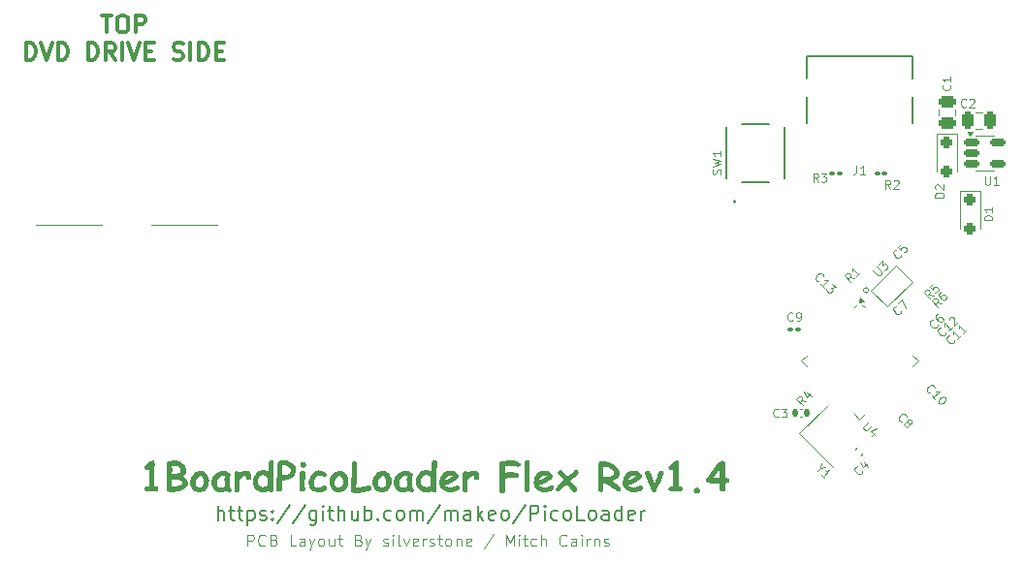
<source format=gto>
G04 #@! TF.GenerationSoftware,KiCad,Pcbnew,9.0.3*
G04 #@! TF.CreationDate,2025-08-04T02:04:29-07:00*
G04 #@! TF.ProjectId,OneBoardFlex,4f6e6542-6f61-4726-9446-6c65782e6b69,rev?*
G04 #@! TF.SameCoordinates,Original*
G04 #@! TF.FileFunction,Legend,Top*
G04 #@! TF.FilePolarity,Positive*
%FSLAX46Y46*%
G04 Gerber Fmt 4.6, Leading zero omitted, Abs format (unit mm)*
G04 Created by KiCad (PCBNEW 9.0.3) date 2025-08-04 02:04:29*
%MOMM*%
%LPD*%
G01*
G04 APERTURE LIST*
G04 Aperture macros list*
%AMRoundRect*
0 Rectangle with rounded corners*
0 $1 Rounding radius*
0 $2 $3 $4 $5 $6 $7 $8 $9 X,Y pos of 4 corners*
0 Add a 4 corners polygon primitive as box body*
4,1,4,$2,$3,$4,$5,$6,$7,$8,$9,$2,$3,0*
0 Add four circle primitives for the rounded corners*
1,1,$1+$1,$2,$3*
1,1,$1+$1,$4,$5*
1,1,$1+$1,$6,$7*
1,1,$1+$1,$8,$9*
0 Add four rect primitives between the rounded corners*
20,1,$1+$1,$2,$3,$4,$5,0*
20,1,$1+$1,$4,$5,$6,$7,0*
20,1,$1+$1,$6,$7,$8,$9,0*
20,1,$1+$1,$8,$9,$2,$3,0*%
%AMRotRect*
0 Rectangle, with rotation*
0 The origin of the aperture is its center*
0 $1 length*
0 $2 width*
0 $3 Rotation angle, in degrees counterclockwise*
0 Add horizontal line*
21,1,$1,$2,0,0,$3*%
G04 Aperture macros list end*
%ADD10C,0.100000*%
%ADD11C,0.125000*%
%ADD12C,0.158750*%
%ADD13C,0.200000*%
%ADD14C,0.300000*%
%ADD15C,0.150000*%
%ADD16C,0.120000*%
%ADD17C,0.127000*%
%ADD18C,0.650000*%
%ADD19R,0.300000X1.750000*%
%ADD20O,0.900000X2.100000*%
%ADD21O,1.000000X1.600000*%
%ADD22RoundRect,0.100000X-0.021213X-0.162635X0.162635X0.021213X0.021213X0.162635X-0.162635X-0.021213X0*%
%ADD23RoundRect,0.100000X-0.162635X0.021213X0.021213X-0.162635X0.162635X-0.021213X-0.021213X0.162635X0*%
%ADD24RoundRect,0.250000X-0.250000X0.250000X-0.250000X-0.250000X0.250000X-0.250000X0.250000X0.250000X0*%
%ADD25RoundRect,0.100000X0.021213X0.162635X-0.162635X-0.021213X-0.021213X-0.162635X0.162635X0.021213X0*%
%ADD26RoundRect,0.140000X0.140000X0.170000X-0.140000X0.170000X-0.140000X-0.170000X0.140000X-0.170000X0*%
%ADD27RoundRect,0.100000X-0.130000X-0.100000X0.130000X-0.100000X0.130000X0.100000X-0.130000X0.100000X0*%
%ADD28RoundRect,0.250000X-0.475000X0.250000X-0.475000X-0.250000X0.475000X-0.250000X0.475000X0.250000X0*%
%ADD29RoundRect,0.140000X-0.021213X0.219203X-0.219203X0.021213X0.021213X-0.219203X0.219203X-0.021213X0*%
%ADD30RoundRect,0.250000X-0.565685X0.070711X0.070711X-0.565685X0.565685X-0.070711X-0.070711X0.565685X0*%
%ADD31RoundRect,0.100000X0.130000X0.100000X-0.130000X0.100000X-0.130000X-0.100000X0.130000X-0.100000X0*%
%ADD32RoundRect,0.100000X0.162635X-0.021213X-0.021213X0.162635X-0.162635X0.021213X0.021213X-0.162635X0*%
%ADD33RoundRect,0.050000X-0.309359X0.238649X0.238649X-0.309359X0.309359X-0.238649X-0.238649X0.309359X0*%
%ADD34RoundRect,0.050000X-0.309359X-0.238649X-0.238649X-0.309359X0.309359X0.238649X0.238649X0.309359X0*%
%ADD35RotRect,3.200000X3.200000X315.000000*%
%ADD36RoundRect,0.150000X-0.512500X-0.150000X0.512500X-0.150000X0.512500X0.150000X-0.512500X0.150000X0*%
%ADD37RotRect,0.400000X0.300000X45.000000*%
%ADD38RotRect,0.200000X1.600000X45.000000*%
%ADD39R,0.750000X1.000000*%
%ADD40RoundRect,0.250000X0.250000X0.475000X-0.250000X0.475000X-0.250000X-0.475000X0.250000X-0.475000X0*%
G04 APERTURE END LIST*
D10*
X130900000Y-80470000D02*
X136650000Y-80470000D01*
X120830000Y-80470000D02*
X126580000Y-80470000D01*
D11*
X139254293Y-108558519D02*
X139254293Y-107558519D01*
X139254293Y-107558519D02*
X139635245Y-107558519D01*
X139635245Y-107558519D02*
X139730483Y-107606138D01*
X139730483Y-107606138D02*
X139778102Y-107653757D01*
X139778102Y-107653757D02*
X139825721Y-107748995D01*
X139825721Y-107748995D02*
X139825721Y-107891852D01*
X139825721Y-107891852D02*
X139778102Y-107987090D01*
X139778102Y-107987090D02*
X139730483Y-108034709D01*
X139730483Y-108034709D02*
X139635245Y-108082328D01*
X139635245Y-108082328D02*
X139254293Y-108082328D01*
X140825721Y-108463280D02*
X140778102Y-108510900D01*
X140778102Y-108510900D02*
X140635245Y-108558519D01*
X140635245Y-108558519D02*
X140540007Y-108558519D01*
X140540007Y-108558519D02*
X140397150Y-108510900D01*
X140397150Y-108510900D02*
X140301912Y-108415661D01*
X140301912Y-108415661D02*
X140254293Y-108320423D01*
X140254293Y-108320423D02*
X140206674Y-108129947D01*
X140206674Y-108129947D02*
X140206674Y-107987090D01*
X140206674Y-107987090D02*
X140254293Y-107796614D01*
X140254293Y-107796614D02*
X140301912Y-107701376D01*
X140301912Y-107701376D02*
X140397150Y-107606138D01*
X140397150Y-107606138D02*
X140540007Y-107558519D01*
X140540007Y-107558519D02*
X140635245Y-107558519D01*
X140635245Y-107558519D02*
X140778102Y-107606138D01*
X140778102Y-107606138D02*
X140825721Y-107653757D01*
X141587626Y-108034709D02*
X141730483Y-108082328D01*
X141730483Y-108082328D02*
X141778102Y-108129947D01*
X141778102Y-108129947D02*
X141825721Y-108225185D01*
X141825721Y-108225185D02*
X141825721Y-108368042D01*
X141825721Y-108368042D02*
X141778102Y-108463280D01*
X141778102Y-108463280D02*
X141730483Y-108510900D01*
X141730483Y-108510900D02*
X141635245Y-108558519D01*
X141635245Y-108558519D02*
X141254293Y-108558519D01*
X141254293Y-108558519D02*
X141254293Y-107558519D01*
X141254293Y-107558519D02*
X141587626Y-107558519D01*
X141587626Y-107558519D02*
X141682864Y-107606138D01*
X141682864Y-107606138D02*
X141730483Y-107653757D01*
X141730483Y-107653757D02*
X141778102Y-107748995D01*
X141778102Y-107748995D02*
X141778102Y-107844233D01*
X141778102Y-107844233D02*
X141730483Y-107939471D01*
X141730483Y-107939471D02*
X141682864Y-107987090D01*
X141682864Y-107987090D02*
X141587626Y-108034709D01*
X141587626Y-108034709D02*
X141254293Y-108034709D01*
X143492388Y-108558519D02*
X143016198Y-108558519D01*
X143016198Y-108558519D02*
X143016198Y-107558519D01*
X144254293Y-108558519D02*
X144254293Y-108034709D01*
X144254293Y-108034709D02*
X144206674Y-107939471D01*
X144206674Y-107939471D02*
X144111436Y-107891852D01*
X144111436Y-107891852D02*
X143920960Y-107891852D01*
X143920960Y-107891852D02*
X143825722Y-107939471D01*
X144254293Y-108510900D02*
X144159055Y-108558519D01*
X144159055Y-108558519D02*
X143920960Y-108558519D01*
X143920960Y-108558519D02*
X143825722Y-108510900D01*
X143825722Y-108510900D02*
X143778103Y-108415661D01*
X143778103Y-108415661D02*
X143778103Y-108320423D01*
X143778103Y-108320423D02*
X143825722Y-108225185D01*
X143825722Y-108225185D02*
X143920960Y-108177566D01*
X143920960Y-108177566D02*
X144159055Y-108177566D01*
X144159055Y-108177566D02*
X144254293Y-108129947D01*
X144635246Y-107891852D02*
X144873341Y-108558519D01*
X145111436Y-107891852D02*
X144873341Y-108558519D01*
X144873341Y-108558519D02*
X144778103Y-108796614D01*
X144778103Y-108796614D02*
X144730484Y-108844233D01*
X144730484Y-108844233D02*
X144635246Y-108891852D01*
X145635246Y-108558519D02*
X145540008Y-108510900D01*
X145540008Y-108510900D02*
X145492389Y-108463280D01*
X145492389Y-108463280D02*
X145444770Y-108368042D01*
X145444770Y-108368042D02*
X145444770Y-108082328D01*
X145444770Y-108082328D02*
X145492389Y-107987090D01*
X145492389Y-107987090D02*
X145540008Y-107939471D01*
X145540008Y-107939471D02*
X145635246Y-107891852D01*
X145635246Y-107891852D02*
X145778103Y-107891852D01*
X145778103Y-107891852D02*
X145873341Y-107939471D01*
X145873341Y-107939471D02*
X145920960Y-107987090D01*
X145920960Y-107987090D02*
X145968579Y-108082328D01*
X145968579Y-108082328D02*
X145968579Y-108368042D01*
X145968579Y-108368042D02*
X145920960Y-108463280D01*
X145920960Y-108463280D02*
X145873341Y-108510900D01*
X145873341Y-108510900D02*
X145778103Y-108558519D01*
X145778103Y-108558519D02*
X145635246Y-108558519D01*
X146825722Y-107891852D02*
X146825722Y-108558519D01*
X146397151Y-107891852D02*
X146397151Y-108415661D01*
X146397151Y-108415661D02*
X146444770Y-108510900D01*
X146444770Y-108510900D02*
X146540008Y-108558519D01*
X146540008Y-108558519D02*
X146682865Y-108558519D01*
X146682865Y-108558519D02*
X146778103Y-108510900D01*
X146778103Y-108510900D02*
X146825722Y-108463280D01*
X147159056Y-107891852D02*
X147540008Y-107891852D01*
X147301913Y-107558519D02*
X147301913Y-108415661D01*
X147301913Y-108415661D02*
X147349532Y-108510900D01*
X147349532Y-108510900D02*
X147444770Y-108558519D01*
X147444770Y-108558519D02*
X147540008Y-108558519D01*
X148968580Y-108034709D02*
X149111437Y-108082328D01*
X149111437Y-108082328D02*
X149159056Y-108129947D01*
X149159056Y-108129947D02*
X149206675Y-108225185D01*
X149206675Y-108225185D02*
X149206675Y-108368042D01*
X149206675Y-108368042D02*
X149159056Y-108463280D01*
X149159056Y-108463280D02*
X149111437Y-108510900D01*
X149111437Y-108510900D02*
X149016199Y-108558519D01*
X149016199Y-108558519D02*
X148635247Y-108558519D01*
X148635247Y-108558519D02*
X148635247Y-107558519D01*
X148635247Y-107558519D02*
X148968580Y-107558519D01*
X148968580Y-107558519D02*
X149063818Y-107606138D01*
X149063818Y-107606138D02*
X149111437Y-107653757D01*
X149111437Y-107653757D02*
X149159056Y-107748995D01*
X149159056Y-107748995D02*
X149159056Y-107844233D01*
X149159056Y-107844233D02*
X149111437Y-107939471D01*
X149111437Y-107939471D02*
X149063818Y-107987090D01*
X149063818Y-107987090D02*
X148968580Y-108034709D01*
X148968580Y-108034709D02*
X148635247Y-108034709D01*
X149540009Y-107891852D02*
X149778104Y-108558519D01*
X150016199Y-107891852D02*
X149778104Y-108558519D01*
X149778104Y-108558519D02*
X149682866Y-108796614D01*
X149682866Y-108796614D02*
X149635247Y-108844233D01*
X149635247Y-108844233D02*
X149540009Y-108891852D01*
X151111438Y-108510900D02*
X151206676Y-108558519D01*
X151206676Y-108558519D02*
X151397152Y-108558519D01*
X151397152Y-108558519D02*
X151492390Y-108510900D01*
X151492390Y-108510900D02*
X151540009Y-108415661D01*
X151540009Y-108415661D02*
X151540009Y-108368042D01*
X151540009Y-108368042D02*
X151492390Y-108272804D01*
X151492390Y-108272804D02*
X151397152Y-108225185D01*
X151397152Y-108225185D02*
X151254295Y-108225185D01*
X151254295Y-108225185D02*
X151159057Y-108177566D01*
X151159057Y-108177566D02*
X151111438Y-108082328D01*
X151111438Y-108082328D02*
X151111438Y-108034709D01*
X151111438Y-108034709D02*
X151159057Y-107939471D01*
X151159057Y-107939471D02*
X151254295Y-107891852D01*
X151254295Y-107891852D02*
X151397152Y-107891852D01*
X151397152Y-107891852D02*
X151492390Y-107939471D01*
X151968581Y-108558519D02*
X151968581Y-107891852D01*
X151968581Y-107558519D02*
X151920962Y-107606138D01*
X151920962Y-107606138D02*
X151968581Y-107653757D01*
X151968581Y-107653757D02*
X152016200Y-107606138D01*
X152016200Y-107606138D02*
X151968581Y-107558519D01*
X151968581Y-107558519D02*
X151968581Y-107653757D01*
X152587628Y-108558519D02*
X152492390Y-108510900D01*
X152492390Y-108510900D02*
X152444771Y-108415661D01*
X152444771Y-108415661D02*
X152444771Y-107558519D01*
X152873343Y-107891852D02*
X153111438Y-108558519D01*
X153111438Y-108558519D02*
X153349533Y-107891852D01*
X154111438Y-108510900D02*
X154016200Y-108558519D01*
X154016200Y-108558519D02*
X153825724Y-108558519D01*
X153825724Y-108558519D02*
X153730486Y-108510900D01*
X153730486Y-108510900D02*
X153682867Y-108415661D01*
X153682867Y-108415661D02*
X153682867Y-108034709D01*
X153682867Y-108034709D02*
X153730486Y-107939471D01*
X153730486Y-107939471D02*
X153825724Y-107891852D01*
X153825724Y-107891852D02*
X154016200Y-107891852D01*
X154016200Y-107891852D02*
X154111438Y-107939471D01*
X154111438Y-107939471D02*
X154159057Y-108034709D01*
X154159057Y-108034709D02*
X154159057Y-108129947D01*
X154159057Y-108129947D02*
X153682867Y-108225185D01*
X154587629Y-108558519D02*
X154587629Y-107891852D01*
X154587629Y-108082328D02*
X154635248Y-107987090D01*
X154635248Y-107987090D02*
X154682867Y-107939471D01*
X154682867Y-107939471D02*
X154778105Y-107891852D01*
X154778105Y-107891852D02*
X154873343Y-107891852D01*
X155159058Y-108510900D02*
X155254296Y-108558519D01*
X155254296Y-108558519D02*
X155444772Y-108558519D01*
X155444772Y-108558519D02*
X155540010Y-108510900D01*
X155540010Y-108510900D02*
X155587629Y-108415661D01*
X155587629Y-108415661D02*
X155587629Y-108368042D01*
X155587629Y-108368042D02*
X155540010Y-108272804D01*
X155540010Y-108272804D02*
X155444772Y-108225185D01*
X155444772Y-108225185D02*
X155301915Y-108225185D01*
X155301915Y-108225185D02*
X155206677Y-108177566D01*
X155206677Y-108177566D02*
X155159058Y-108082328D01*
X155159058Y-108082328D02*
X155159058Y-108034709D01*
X155159058Y-108034709D02*
X155206677Y-107939471D01*
X155206677Y-107939471D02*
X155301915Y-107891852D01*
X155301915Y-107891852D02*
X155444772Y-107891852D01*
X155444772Y-107891852D02*
X155540010Y-107939471D01*
X155873344Y-107891852D02*
X156254296Y-107891852D01*
X156016201Y-107558519D02*
X156016201Y-108415661D01*
X156016201Y-108415661D02*
X156063820Y-108510900D01*
X156063820Y-108510900D02*
X156159058Y-108558519D01*
X156159058Y-108558519D02*
X156254296Y-108558519D01*
X156730487Y-108558519D02*
X156635249Y-108510900D01*
X156635249Y-108510900D02*
X156587630Y-108463280D01*
X156587630Y-108463280D02*
X156540011Y-108368042D01*
X156540011Y-108368042D02*
X156540011Y-108082328D01*
X156540011Y-108082328D02*
X156587630Y-107987090D01*
X156587630Y-107987090D02*
X156635249Y-107939471D01*
X156635249Y-107939471D02*
X156730487Y-107891852D01*
X156730487Y-107891852D02*
X156873344Y-107891852D01*
X156873344Y-107891852D02*
X156968582Y-107939471D01*
X156968582Y-107939471D02*
X157016201Y-107987090D01*
X157016201Y-107987090D02*
X157063820Y-108082328D01*
X157063820Y-108082328D02*
X157063820Y-108368042D01*
X157063820Y-108368042D02*
X157016201Y-108463280D01*
X157016201Y-108463280D02*
X156968582Y-108510900D01*
X156968582Y-108510900D02*
X156873344Y-108558519D01*
X156873344Y-108558519D02*
X156730487Y-108558519D01*
X157492392Y-107891852D02*
X157492392Y-108558519D01*
X157492392Y-107987090D02*
X157540011Y-107939471D01*
X157540011Y-107939471D02*
X157635249Y-107891852D01*
X157635249Y-107891852D02*
X157778106Y-107891852D01*
X157778106Y-107891852D02*
X157873344Y-107939471D01*
X157873344Y-107939471D02*
X157920963Y-108034709D01*
X157920963Y-108034709D02*
X157920963Y-108558519D01*
X158778106Y-108510900D02*
X158682868Y-108558519D01*
X158682868Y-108558519D02*
X158492392Y-108558519D01*
X158492392Y-108558519D02*
X158397154Y-108510900D01*
X158397154Y-108510900D02*
X158349535Y-108415661D01*
X158349535Y-108415661D02*
X158349535Y-108034709D01*
X158349535Y-108034709D02*
X158397154Y-107939471D01*
X158397154Y-107939471D02*
X158492392Y-107891852D01*
X158492392Y-107891852D02*
X158682868Y-107891852D01*
X158682868Y-107891852D02*
X158778106Y-107939471D01*
X158778106Y-107939471D02*
X158825725Y-108034709D01*
X158825725Y-108034709D02*
X158825725Y-108129947D01*
X158825725Y-108129947D02*
X158349535Y-108225185D01*
X160730487Y-107510900D02*
X159873345Y-108796614D01*
X161825726Y-108558519D02*
X161825726Y-107558519D01*
X161825726Y-107558519D02*
X162159059Y-108272804D01*
X162159059Y-108272804D02*
X162492392Y-107558519D01*
X162492392Y-107558519D02*
X162492392Y-108558519D01*
X162968583Y-108558519D02*
X162968583Y-107891852D01*
X162968583Y-107558519D02*
X162920964Y-107606138D01*
X162920964Y-107606138D02*
X162968583Y-107653757D01*
X162968583Y-107653757D02*
X163016202Y-107606138D01*
X163016202Y-107606138D02*
X162968583Y-107558519D01*
X162968583Y-107558519D02*
X162968583Y-107653757D01*
X163301916Y-107891852D02*
X163682868Y-107891852D01*
X163444773Y-107558519D02*
X163444773Y-108415661D01*
X163444773Y-108415661D02*
X163492392Y-108510900D01*
X163492392Y-108510900D02*
X163587630Y-108558519D01*
X163587630Y-108558519D02*
X163682868Y-108558519D01*
X164444773Y-108510900D02*
X164349535Y-108558519D01*
X164349535Y-108558519D02*
X164159059Y-108558519D01*
X164159059Y-108558519D02*
X164063821Y-108510900D01*
X164063821Y-108510900D02*
X164016202Y-108463280D01*
X164016202Y-108463280D02*
X163968583Y-108368042D01*
X163968583Y-108368042D02*
X163968583Y-108082328D01*
X163968583Y-108082328D02*
X164016202Y-107987090D01*
X164016202Y-107987090D02*
X164063821Y-107939471D01*
X164063821Y-107939471D02*
X164159059Y-107891852D01*
X164159059Y-107891852D02*
X164349535Y-107891852D01*
X164349535Y-107891852D02*
X164444773Y-107939471D01*
X164873345Y-108558519D02*
X164873345Y-107558519D01*
X165301916Y-108558519D02*
X165301916Y-108034709D01*
X165301916Y-108034709D02*
X165254297Y-107939471D01*
X165254297Y-107939471D02*
X165159059Y-107891852D01*
X165159059Y-107891852D02*
X165016202Y-107891852D01*
X165016202Y-107891852D02*
X164920964Y-107939471D01*
X164920964Y-107939471D02*
X164873345Y-107987090D01*
X167111440Y-108463280D02*
X167063821Y-108510900D01*
X167063821Y-108510900D02*
X166920964Y-108558519D01*
X166920964Y-108558519D02*
X166825726Y-108558519D01*
X166825726Y-108558519D02*
X166682869Y-108510900D01*
X166682869Y-108510900D02*
X166587631Y-108415661D01*
X166587631Y-108415661D02*
X166540012Y-108320423D01*
X166540012Y-108320423D02*
X166492393Y-108129947D01*
X166492393Y-108129947D02*
X166492393Y-107987090D01*
X166492393Y-107987090D02*
X166540012Y-107796614D01*
X166540012Y-107796614D02*
X166587631Y-107701376D01*
X166587631Y-107701376D02*
X166682869Y-107606138D01*
X166682869Y-107606138D02*
X166825726Y-107558519D01*
X166825726Y-107558519D02*
X166920964Y-107558519D01*
X166920964Y-107558519D02*
X167063821Y-107606138D01*
X167063821Y-107606138D02*
X167111440Y-107653757D01*
X167968583Y-108558519D02*
X167968583Y-108034709D01*
X167968583Y-108034709D02*
X167920964Y-107939471D01*
X167920964Y-107939471D02*
X167825726Y-107891852D01*
X167825726Y-107891852D02*
X167635250Y-107891852D01*
X167635250Y-107891852D02*
X167540012Y-107939471D01*
X167968583Y-108510900D02*
X167873345Y-108558519D01*
X167873345Y-108558519D02*
X167635250Y-108558519D01*
X167635250Y-108558519D02*
X167540012Y-108510900D01*
X167540012Y-108510900D02*
X167492393Y-108415661D01*
X167492393Y-108415661D02*
X167492393Y-108320423D01*
X167492393Y-108320423D02*
X167540012Y-108225185D01*
X167540012Y-108225185D02*
X167635250Y-108177566D01*
X167635250Y-108177566D02*
X167873345Y-108177566D01*
X167873345Y-108177566D02*
X167968583Y-108129947D01*
X168444774Y-108558519D02*
X168444774Y-107891852D01*
X168444774Y-107558519D02*
X168397155Y-107606138D01*
X168397155Y-107606138D02*
X168444774Y-107653757D01*
X168444774Y-107653757D02*
X168492393Y-107606138D01*
X168492393Y-107606138D02*
X168444774Y-107558519D01*
X168444774Y-107558519D02*
X168444774Y-107653757D01*
X168920964Y-108558519D02*
X168920964Y-107891852D01*
X168920964Y-108082328D02*
X168968583Y-107987090D01*
X168968583Y-107987090D02*
X169016202Y-107939471D01*
X169016202Y-107939471D02*
X169111440Y-107891852D01*
X169111440Y-107891852D02*
X169206678Y-107891852D01*
X169540012Y-107891852D02*
X169540012Y-108558519D01*
X169540012Y-107987090D02*
X169587631Y-107939471D01*
X169587631Y-107939471D02*
X169682869Y-107891852D01*
X169682869Y-107891852D02*
X169825726Y-107891852D01*
X169825726Y-107891852D02*
X169920964Y-107939471D01*
X169920964Y-107939471D02*
X169968583Y-108034709D01*
X169968583Y-108034709D02*
X169968583Y-108558519D01*
X170397155Y-108510900D02*
X170492393Y-108558519D01*
X170492393Y-108558519D02*
X170682869Y-108558519D01*
X170682869Y-108558519D02*
X170778107Y-108510900D01*
X170778107Y-108510900D02*
X170825726Y-108415661D01*
X170825726Y-108415661D02*
X170825726Y-108368042D01*
X170825726Y-108368042D02*
X170778107Y-108272804D01*
X170778107Y-108272804D02*
X170682869Y-108225185D01*
X170682869Y-108225185D02*
X170540012Y-108225185D01*
X170540012Y-108225185D02*
X170444774Y-108177566D01*
X170444774Y-108177566D02*
X170397155Y-108082328D01*
X170397155Y-108082328D02*
X170397155Y-108034709D01*
X170397155Y-108034709D02*
X170444774Y-107939471D01*
X170444774Y-107939471D02*
X170540012Y-107891852D01*
X170540012Y-107891852D02*
X170682869Y-107891852D01*
X170682869Y-107891852D02*
X170778107Y-107939471D01*
D12*
X136678609Y-106294071D02*
X136678609Y-105024071D01*
X137222895Y-106294071D02*
X137222895Y-105628833D01*
X137222895Y-105628833D02*
X137162419Y-105507880D01*
X137162419Y-105507880D02*
X137041467Y-105447404D01*
X137041467Y-105447404D02*
X136860038Y-105447404D01*
X136860038Y-105447404D02*
X136739086Y-105507880D01*
X136739086Y-105507880D02*
X136678609Y-105568356D01*
X137646229Y-105447404D02*
X138130038Y-105447404D01*
X137827657Y-105024071D02*
X137827657Y-106112642D01*
X137827657Y-106112642D02*
X137888134Y-106233595D01*
X137888134Y-106233595D02*
X138009086Y-106294071D01*
X138009086Y-106294071D02*
X138130038Y-106294071D01*
X138371943Y-105447404D02*
X138855752Y-105447404D01*
X138553371Y-105024071D02*
X138553371Y-106112642D01*
X138553371Y-106112642D02*
X138613848Y-106233595D01*
X138613848Y-106233595D02*
X138734800Y-106294071D01*
X138734800Y-106294071D02*
X138855752Y-106294071D01*
X139279085Y-105447404D02*
X139279085Y-106717404D01*
X139279085Y-105507880D02*
X139400038Y-105447404D01*
X139400038Y-105447404D02*
X139641943Y-105447404D01*
X139641943Y-105447404D02*
X139762895Y-105507880D01*
X139762895Y-105507880D02*
X139823371Y-105568356D01*
X139823371Y-105568356D02*
X139883847Y-105689309D01*
X139883847Y-105689309D02*
X139883847Y-106052166D01*
X139883847Y-106052166D02*
X139823371Y-106173118D01*
X139823371Y-106173118D02*
X139762895Y-106233595D01*
X139762895Y-106233595D02*
X139641943Y-106294071D01*
X139641943Y-106294071D02*
X139400038Y-106294071D01*
X139400038Y-106294071D02*
X139279085Y-106233595D01*
X140367657Y-106233595D02*
X140488610Y-106294071D01*
X140488610Y-106294071D02*
X140730514Y-106294071D01*
X140730514Y-106294071D02*
X140851467Y-106233595D01*
X140851467Y-106233595D02*
X140911943Y-106112642D01*
X140911943Y-106112642D02*
X140911943Y-106052166D01*
X140911943Y-106052166D02*
X140851467Y-105931214D01*
X140851467Y-105931214D02*
X140730514Y-105870737D01*
X140730514Y-105870737D02*
X140549086Y-105870737D01*
X140549086Y-105870737D02*
X140428133Y-105810261D01*
X140428133Y-105810261D02*
X140367657Y-105689309D01*
X140367657Y-105689309D02*
X140367657Y-105628833D01*
X140367657Y-105628833D02*
X140428133Y-105507880D01*
X140428133Y-105507880D02*
X140549086Y-105447404D01*
X140549086Y-105447404D02*
X140730514Y-105447404D01*
X140730514Y-105447404D02*
X140851467Y-105507880D01*
X141456228Y-106173118D02*
X141516705Y-106233595D01*
X141516705Y-106233595D02*
X141456228Y-106294071D01*
X141456228Y-106294071D02*
X141395752Y-106233595D01*
X141395752Y-106233595D02*
X141456228Y-106173118D01*
X141456228Y-106173118D02*
X141456228Y-106294071D01*
X141456228Y-105507880D02*
X141516705Y-105568356D01*
X141516705Y-105568356D02*
X141456228Y-105628833D01*
X141456228Y-105628833D02*
X141395752Y-105568356D01*
X141395752Y-105568356D02*
X141456228Y-105507880D01*
X141456228Y-105507880D02*
X141456228Y-105628833D01*
X142968133Y-104963595D02*
X141879562Y-106596452D01*
X144298609Y-104963595D02*
X143210038Y-106596452D01*
X145266228Y-105447404D02*
X145266228Y-106475499D01*
X145266228Y-106475499D02*
X145205752Y-106596452D01*
X145205752Y-106596452D02*
X145145276Y-106656928D01*
X145145276Y-106656928D02*
X145024323Y-106717404D01*
X145024323Y-106717404D02*
X144842895Y-106717404D01*
X144842895Y-106717404D02*
X144721942Y-106656928D01*
X145266228Y-106233595D02*
X145145276Y-106294071D01*
X145145276Y-106294071D02*
X144903371Y-106294071D01*
X144903371Y-106294071D02*
X144782419Y-106233595D01*
X144782419Y-106233595D02*
X144721942Y-106173118D01*
X144721942Y-106173118D02*
X144661466Y-106052166D01*
X144661466Y-106052166D02*
X144661466Y-105689309D01*
X144661466Y-105689309D02*
X144721942Y-105568356D01*
X144721942Y-105568356D02*
X144782419Y-105507880D01*
X144782419Y-105507880D02*
X144903371Y-105447404D01*
X144903371Y-105447404D02*
X145145276Y-105447404D01*
X145145276Y-105447404D02*
X145266228Y-105507880D01*
X145870990Y-106294071D02*
X145870990Y-105447404D01*
X145870990Y-105024071D02*
X145810514Y-105084547D01*
X145810514Y-105084547D02*
X145870990Y-105145023D01*
X145870990Y-105145023D02*
X145931467Y-105084547D01*
X145931467Y-105084547D02*
X145870990Y-105024071D01*
X145870990Y-105024071D02*
X145870990Y-105145023D01*
X146294324Y-105447404D02*
X146778133Y-105447404D01*
X146475752Y-105024071D02*
X146475752Y-106112642D01*
X146475752Y-106112642D02*
X146536229Y-106233595D01*
X146536229Y-106233595D02*
X146657181Y-106294071D01*
X146657181Y-106294071D02*
X146778133Y-106294071D01*
X147201466Y-106294071D02*
X147201466Y-105024071D01*
X147745752Y-106294071D02*
X147745752Y-105628833D01*
X147745752Y-105628833D02*
X147685276Y-105507880D01*
X147685276Y-105507880D02*
X147564324Y-105447404D01*
X147564324Y-105447404D02*
X147382895Y-105447404D01*
X147382895Y-105447404D02*
X147261943Y-105507880D01*
X147261943Y-105507880D02*
X147201466Y-105568356D01*
X148894800Y-105447404D02*
X148894800Y-106294071D01*
X148350514Y-105447404D02*
X148350514Y-106112642D01*
X148350514Y-106112642D02*
X148410991Y-106233595D01*
X148410991Y-106233595D02*
X148531943Y-106294071D01*
X148531943Y-106294071D02*
X148713372Y-106294071D01*
X148713372Y-106294071D02*
X148834324Y-106233595D01*
X148834324Y-106233595D02*
X148894800Y-106173118D01*
X149499562Y-106294071D02*
X149499562Y-105024071D01*
X149499562Y-105507880D02*
X149620515Y-105447404D01*
X149620515Y-105447404D02*
X149862420Y-105447404D01*
X149862420Y-105447404D02*
X149983372Y-105507880D01*
X149983372Y-105507880D02*
X150043848Y-105568356D01*
X150043848Y-105568356D02*
X150104324Y-105689309D01*
X150104324Y-105689309D02*
X150104324Y-106052166D01*
X150104324Y-106052166D02*
X150043848Y-106173118D01*
X150043848Y-106173118D02*
X149983372Y-106233595D01*
X149983372Y-106233595D02*
X149862420Y-106294071D01*
X149862420Y-106294071D02*
X149620515Y-106294071D01*
X149620515Y-106294071D02*
X149499562Y-106233595D01*
X150648610Y-106173118D02*
X150709087Y-106233595D01*
X150709087Y-106233595D02*
X150648610Y-106294071D01*
X150648610Y-106294071D02*
X150588134Y-106233595D01*
X150588134Y-106233595D02*
X150648610Y-106173118D01*
X150648610Y-106173118D02*
X150648610Y-106294071D01*
X151797658Y-106233595D02*
X151676706Y-106294071D01*
X151676706Y-106294071D02*
X151434801Y-106294071D01*
X151434801Y-106294071D02*
X151313849Y-106233595D01*
X151313849Y-106233595D02*
X151253372Y-106173118D01*
X151253372Y-106173118D02*
X151192896Y-106052166D01*
X151192896Y-106052166D02*
X151192896Y-105689309D01*
X151192896Y-105689309D02*
X151253372Y-105568356D01*
X151253372Y-105568356D02*
X151313849Y-105507880D01*
X151313849Y-105507880D02*
X151434801Y-105447404D01*
X151434801Y-105447404D02*
X151676706Y-105447404D01*
X151676706Y-105447404D02*
X151797658Y-105507880D01*
X152523372Y-106294071D02*
X152402420Y-106233595D01*
X152402420Y-106233595D02*
X152341943Y-106173118D01*
X152341943Y-106173118D02*
X152281467Y-106052166D01*
X152281467Y-106052166D02*
X152281467Y-105689309D01*
X152281467Y-105689309D02*
X152341943Y-105568356D01*
X152341943Y-105568356D02*
X152402420Y-105507880D01*
X152402420Y-105507880D02*
X152523372Y-105447404D01*
X152523372Y-105447404D02*
X152704801Y-105447404D01*
X152704801Y-105447404D02*
X152825753Y-105507880D01*
X152825753Y-105507880D02*
X152886229Y-105568356D01*
X152886229Y-105568356D02*
X152946705Y-105689309D01*
X152946705Y-105689309D02*
X152946705Y-106052166D01*
X152946705Y-106052166D02*
X152886229Y-106173118D01*
X152886229Y-106173118D02*
X152825753Y-106233595D01*
X152825753Y-106233595D02*
X152704801Y-106294071D01*
X152704801Y-106294071D02*
X152523372Y-106294071D01*
X153490991Y-106294071D02*
X153490991Y-105447404D01*
X153490991Y-105568356D02*
X153551468Y-105507880D01*
X153551468Y-105507880D02*
X153672420Y-105447404D01*
X153672420Y-105447404D02*
X153853849Y-105447404D01*
X153853849Y-105447404D02*
X153974801Y-105507880D01*
X153974801Y-105507880D02*
X154035277Y-105628833D01*
X154035277Y-105628833D02*
X154035277Y-106294071D01*
X154035277Y-105628833D02*
X154095753Y-105507880D01*
X154095753Y-105507880D02*
X154216706Y-105447404D01*
X154216706Y-105447404D02*
X154398134Y-105447404D01*
X154398134Y-105447404D02*
X154519087Y-105507880D01*
X154519087Y-105507880D02*
X154579563Y-105628833D01*
X154579563Y-105628833D02*
X154579563Y-106294071D01*
X156091467Y-104963595D02*
X155002896Y-106596452D01*
X156514800Y-106294071D02*
X156514800Y-105447404D01*
X156514800Y-105568356D02*
X156575277Y-105507880D01*
X156575277Y-105507880D02*
X156696229Y-105447404D01*
X156696229Y-105447404D02*
X156877658Y-105447404D01*
X156877658Y-105447404D02*
X156998610Y-105507880D01*
X156998610Y-105507880D02*
X157059086Y-105628833D01*
X157059086Y-105628833D02*
X157059086Y-106294071D01*
X157059086Y-105628833D02*
X157119562Y-105507880D01*
X157119562Y-105507880D02*
X157240515Y-105447404D01*
X157240515Y-105447404D02*
X157421943Y-105447404D01*
X157421943Y-105447404D02*
X157542896Y-105507880D01*
X157542896Y-105507880D02*
X157603372Y-105628833D01*
X157603372Y-105628833D02*
X157603372Y-106294071D01*
X158752419Y-106294071D02*
X158752419Y-105628833D01*
X158752419Y-105628833D02*
X158691943Y-105507880D01*
X158691943Y-105507880D02*
X158570991Y-105447404D01*
X158570991Y-105447404D02*
X158329086Y-105447404D01*
X158329086Y-105447404D02*
X158208133Y-105507880D01*
X158752419Y-106233595D02*
X158631467Y-106294071D01*
X158631467Y-106294071D02*
X158329086Y-106294071D01*
X158329086Y-106294071D02*
X158208133Y-106233595D01*
X158208133Y-106233595D02*
X158147657Y-106112642D01*
X158147657Y-106112642D02*
X158147657Y-105991690D01*
X158147657Y-105991690D02*
X158208133Y-105870737D01*
X158208133Y-105870737D02*
X158329086Y-105810261D01*
X158329086Y-105810261D02*
X158631467Y-105810261D01*
X158631467Y-105810261D02*
X158752419Y-105749785D01*
X159357181Y-106294071D02*
X159357181Y-105024071D01*
X159478134Y-105810261D02*
X159840991Y-106294071D01*
X159840991Y-105447404D02*
X159357181Y-105931214D01*
X160869086Y-106233595D02*
X160748134Y-106294071D01*
X160748134Y-106294071D02*
X160506229Y-106294071D01*
X160506229Y-106294071D02*
X160385276Y-106233595D01*
X160385276Y-106233595D02*
X160324800Y-106112642D01*
X160324800Y-106112642D02*
X160324800Y-105628833D01*
X160324800Y-105628833D02*
X160385276Y-105507880D01*
X160385276Y-105507880D02*
X160506229Y-105447404D01*
X160506229Y-105447404D02*
X160748134Y-105447404D01*
X160748134Y-105447404D02*
X160869086Y-105507880D01*
X160869086Y-105507880D02*
X160929562Y-105628833D01*
X160929562Y-105628833D02*
X160929562Y-105749785D01*
X160929562Y-105749785D02*
X160324800Y-105870737D01*
X161655276Y-106294071D02*
X161534324Y-106233595D01*
X161534324Y-106233595D02*
X161473847Y-106173118D01*
X161473847Y-106173118D02*
X161413371Y-106052166D01*
X161413371Y-106052166D02*
X161413371Y-105689309D01*
X161413371Y-105689309D02*
X161473847Y-105568356D01*
X161473847Y-105568356D02*
X161534324Y-105507880D01*
X161534324Y-105507880D02*
X161655276Y-105447404D01*
X161655276Y-105447404D02*
X161836705Y-105447404D01*
X161836705Y-105447404D02*
X161957657Y-105507880D01*
X161957657Y-105507880D02*
X162018133Y-105568356D01*
X162018133Y-105568356D02*
X162078609Y-105689309D01*
X162078609Y-105689309D02*
X162078609Y-106052166D01*
X162078609Y-106052166D02*
X162018133Y-106173118D01*
X162018133Y-106173118D02*
X161957657Y-106233595D01*
X161957657Y-106233595D02*
X161836705Y-106294071D01*
X161836705Y-106294071D02*
X161655276Y-106294071D01*
X163530038Y-104963595D02*
X162441467Y-106596452D01*
X163953371Y-106294071D02*
X163953371Y-105024071D01*
X163953371Y-105024071D02*
X164437181Y-105024071D01*
X164437181Y-105024071D02*
X164558133Y-105084547D01*
X164558133Y-105084547D02*
X164618610Y-105145023D01*
X164618610Y-105145023D02*
X164679086Y-105265975D01*
X164679086Y-105265975D02*
X164679086Y-105447404D01*
X164679086Y-105447404D02*
X164618610Y-105568356D01*
X164618610Y-105568356D02*
X164558133Y-105628833D01*
X164558133Y-105628833D02*
X164437181Y-105689309D01*
X164437181Y-105689309D02*
X163953371Y-105689309D01*
X165223371Y-106294071D02*
X165223371Y-105447404D01*
X165223371Y-105024071D02*
X165162895Y-105084547D01*
X165162895Y-105084547D02*
X165223371Y-105145023D01*
X165223371Y-105145023D02*
X165283848Y-105084547D01*
X165283848Y-105084547D02*
X165223371Y-105024071D01*
X165223371Y-105024071D02*
X165223371Y-105145023D01*
X166372419Y-106233595D02*
X166251467Y-106294071D01*
X166251467Y-106294071D02*
X166009562Y-106294071D01*
X166009562Y-106294071D02*
X165888610Y-106233595D01*
X165888610Y-106233595D02*
X165828133Y-106173118D01*
X165828133Y-106173118D02*
X165767657Y-106052166D01*
X165767657Y-106052166D02*
X165767657Y-105689309D01*
X165767657Y-105689309D02*
X165828133Y-105568356D01*
X165828133Y-105568356D02*
X165888610Y-105507880D01*
X165888610Y-105507880D02*
X166009562Y-105447404D01*
X166009562Y-105447404D02*
X166251467Y-105447404D01*
X166251467Y-105447404D02*
X166372419Y-105507880D01*
X167098133Y-106294071D02*
X166977181Y-106233595D01*
X166977181Y-106233595D02*
X166916704Y-106173118D01*
X166916704Y-106173118D02*
X166856228Y-106052166D01*
X166856228Y-106052166D02*
X166856228Y-105689309D01*
X166856228Y-105689309D02*
X166916704Y-105568356D01*
X166916704Y-105568356D02*
X166977181Y-105507880D01*
X166977181Y-105507880D02*
X167098133Y-105447404D01*
X167098133Y-105447404D02*
X167279562Y-105447404D01*
X167279562Y-105447404D02*
X167400514Y-105507880D01*
X167400514Y-105507880D02*
X167460990Y-105568356D01*
X167460990Y-105568356D02*
X167521466Y-105689309D01*
X167521466Y-105689309D02*
X167521466Y-106052166D01*
X167521466Y-106052166D02*
X167460990Y-106173118D01*
X167460990Y-106173118D02*
X167400514Y-106233595D01*
X167400514Y-106233595D02*
X167279562Y-106294071D01*
X167279562Y-106294071D02*
X167098133Y-106294071D01*
X168670514Y-106294071D02*
X168065752Y-106294071D01*
X168065752Y-106294071D02*
X168065752Y-105024071D01*
X169275276Y-106294071D02*
X169154324Y-106233595D01*
X169154324Y-106233595D02*
X169093847Y-106173118D01*
X169093847Y-106173118D02*
X169033371Y-106052166D01*
X169033371Y-106052166D02*
X169033371Y-105689309D01*
X169033371Y-105689309D02*
X169093847Y-105568356D01*
X169093847Y-105568356D02*
X169154324Y-105507880D01*
X169154324Y-105507880D02*
X169275276Y-105447404D01*
X169275276Y-105447404D02*
X169456705Y-105447404D01*
X169456705Y-105447404D02*
X169577657Y-105507880D01*
X169577657Y-105507880D02*
X169638133Y-105568356D01*
X169638133Y-105568356D02*
X169698609Y-105689309D01*
X169698609Y-105689309D02*
X169698609Y-106052166D01*
X169698609Y-106052166D02*
X169638133Y-106173118D01*
X169638133Y-106173118D02*
X169577657Y-106233595D01*
X169577657Y-106233595D02*
X169456705Y-106294071D01*
X169456705Y-106294071D02*
X169275276Y-106294071D01*
X170787181Y-106294071D02*
X170787181Y-105628833D01*
X170787181Y-105628833D02*
X170726705Y-105507880D01*
X170726705Y-105507880D02*
X170605753Y-105447404D01*
X170605753Y-105447404D02*
X170363848Y-105447404D01*
X170363848Y-105447404D02*
X170242895Y-105507880D01*
X170787181Y-106233595D02*
X170666229Y-106294071D01*
X170666229Y-106294071D02*
X170363848Y-106294071D01*
X170363848Y-106294071D02*
X170242895Y-106233595D01*
X170242895Y-106233595D02*
X170182419Y-106112642D01*
X170182419Y-106112642D02*
X170182419Y-105991690D01*
X170182419Y-105991690D02*
X170242895Y-105870737D01*
X170242895Y-105870737D02*
X170363848Y-105810261D01*
X170363848Y-105810261D02*
X170666229Y-105810261D01*
X170666229Y-105810261D02*
X170787181Y-105749785D01*
X171936229Y-106294071D02*
X171936229Y-105024071D01*
X171936229Y-106233595D02*
X171815277Y-106294071D01*
X171815277Y-106294071D02*
X171573372Y-106294071D01*
X171573372Y-106294071D02*
X171452420Y-106233595D01*
X171452420Y-106233595D02*
X171391943Y-106173118D01*
X171391943Y-106173118D02*
X171331467Y-106052166D01*
X171331467Y-106052166D02*
X171331467Y-105689309D01*
X171331467Y-105689309D02*
X171391943Y-105568356D01*
X171391943Y-105568356D02*
X171452420Y-105507880D01*
X171452420Y-105507880D02*
X171573372Y-105447404D01*
X171573372Y-105447404D02*
X171815277Y-105447404D01*
X171815277Y-105447404D02*
X171936229Y-105507880D01*
X173024801Y-106233595D02*
X172903849Y-106294071D01*
X172903849Y-106294071D02*
X172661944Y-106294071D01*
X172661944Y-106294071D02*
X172540991Y-106233595D01*
X172540991Y-106233595D02*
X172480515Y-106112642D01*
X172480515Y-106112642D02*
X172480515Y-105628833D01*
X172480515Y-105628833D02*
X172540991Y-105507880D01*
X172540991Y-105507880D02*
X172661944Y-105447404D01*
X172661944Y-105447404D02*
X172903849Y-105447404D01*
X172903849Y-105447404D02*
X173024801Y-105507880D01*
X173024801Y-105507880D02*
X173085277Y-105628833D01*
X173085277Y-105628833D02*
X173085277Y-105749785D01*
X173085277Y-105749785D02*
X172480515Y-105870737D01*
X173629562Y-106294071D02*
X173629562Y-105447404D01*
X173629562Y-105689309D02*
X173690039Y-105568356D01*
X173690039Y-105568356D02*
X173750515Y-105507880D01*
X173750515Y-105507880D02*
X173871467Y-105447404D01*
X173871467Y-105447404D02*
X173992420Y-105447404D01*
D13*
G36*
X131248585Y-103765800D02*
G01*
X130570659Y-103765800D01*
X130436959Y-103754629D01*
X130348331Y-103726138D01*
X130291918Y-103685130D01*
X130259249Y-103632036D01*
X130247800Y-103562773D01*
X130260637Y-103484658D01*
X130297220Y-103424866D01*
X130360278Y-103378768D01*
X130459181Y-103346784D01*
X130608211Y-103334253D01*
X130683316Y-103335932D01*
X130683316Y-101816742D01*
X130544476Y-101901990D01*
X130490364Y-101919324D01*
X130401174Y-101902351D01*
X130323821Y-101850936D01*
X130270322Y-101776126D01*
X130252990Y-101691872D01*
X130263794Y-101633625D01*
X130299256Y-101570284D01*
X130367479Y-101498768D01*
X130560431Y-101358481D01*
X130768801Y-101191022D01*
X130857534Y-101137626D01*
X130939358Y-101108046D01*
X131016402Y-101098668D01*
X131083773Y-101110260D01*
X131129342Y-101142105D01*
X131158719Y-101196461D01*
X131170122Y-101283376D01*
X131153025Y-101856584D01*
X131140868Y-102266113D01*
X131135928Y-102912171D01*
X131135928Y-103326162D01*
X131248585Y-103326162D01*
X131340507Y-103342209D01*
X131415128Y-103389208D01*
X131465667Y-103459772D01*
X131482600Y-103545981D01*
X131465667Y-103632190D01*
X131415128Y-103702754D01*
X131340507Y-103749753D01*
X131248585Y-103765800D01*
G37*
G36*
X133105013Y-101091787D02*
G01*
X133259312Y-101129887D01*
X133412460Y-101194551D01*
X133565992Y-101288108D01*
X133696380Y-101395680D01*
X133792617Y-101508867D01*
X133859314Y-101628598D01*
X133899145Y-101756773D01*
X133912664Y-101896121D01*
X133903960Y-102025836D01*
X133879478Y-102135521D01*
X133840918Y-102228443D01*
X133769083Y-102335373D01*
X133644608Y-102463069D01*
X133749111Y-102524270D01*
X133846803Y-102604226D01*
X133938310Y-102704870D01*
X134022076Y-102830834D01*
X134068620Y-102949498D01*
X134083481Y-103064059D01*
X134069695Y-103169633D01*
X134027195Y-103274629D01*
X133951701Y-103381837D01*
X133835880Y-103493163D01*
X133664322Y-103612298D01*
X133489208Y-103695885D01*
X133292498Y-103756811D01*
X133062417Y-103803353D01*
X132794335Y-103833301D01*
X132483233Y-103843957D01*
X132418451Y-103834815D01*
X132357882Y-103807176D01*
X132299593Y-103758625D01*
X132253187Y-103698032D01*
X132227050Y-103637701D01*
X132218535Y-103575901D01*
X132218535Y-103375011D01*
X132683054Y-103375011D01*
X132981189Y-103340757D01*
X133320070Y-103262965D01*
X133480914Y-103207429D01*
X133567678Y-103159048D01*
X133607092Y-103117416D01*
X133617283Y-103079630D01*
X133596934Y-103002127D01*
X133537581Y-102925652D01*
X133424331Y-102846988D01*
X133277261Y-102780940D01*
X133147573Y-102751886D01*
X132683054Y-102739980D01*
X132683054Y-103375011D01*
X132218535Y-103375011D01*
X132218535Y-101765603D01*
X132210526Y-101548074D01*
X132683054Y-101548074D01*
X132684733Y-101911233D01*
X132683054Y-102271033D01*
X132829186Y-102283863D01*
X132917069Y-102282940D01*
X133100198Y-102255579D01*
X133232580Y-102210854D01*
X133325826Y-102152841D01*
X133388730Y-102082865D01*
X133426418Y-101999228D01*
X133439596Y-101897494D01*
X133424931Y-101823233D01*
X133377329Y-101746224D01*
X133285876Y-101662869D01*
X133175501Y-101596080D01*
X133063569Y-101557374D01*
X132947752Y-101544563D01*
X132683054Y-101548074D01*
X132210526Y-101548074D01*
X132209986Y-101533420D01*
X132209819Y-101406826D01*
X132218535Y-101311312D01*
X132242491Y-101244745D01*
X132293692Y-101190418D01*
X132380459Y-101146648D01*
X132517427Y-101116681D01*
X132668499Y-101090518D01*
X132947752Y-101079128D01*
X133105013Y-101091787D01*
G37*
G36*
X135351907Y-102015047D02*
G01*
X135494352Y-102065749D01*
X135619618Y-102149489D01*
X135730594Y-102269965D01*
X135807991Y-102396242D01*
X135864360Y-102537786D01*
X135899417Y-102697199D01*
X135911639Y-102877671D01*
X135897622Y-103073299D01*
X135857090Y-103248874D01*
X135791262Y-103407569D01*
X135699911Y-103551934D01*
X135597060Y-103665397D01*
X135483772Y-103751506D01*
X135358669Y-103812890D01*
X135219418Y-103850492D01*
X135062895Y-103863497D01*
X134908910Y-103849701D01*
X134768848Y-103809351D01*
X134639829Y-103742521D01*
X134519760Y-103647342D01*
X134411521Y-103521439D01*
X134332077Y-103376706D01*
X134280537Y-103209699D01*
X134258420Y-103015669D01*
X134258470Y-103014600D01*
X134731488Y-103014600D01*
X134745712Y-103145683D01*
X134785044Y-103247704D01*
X134847656Y-103327384D01*
X134913238Y-103375950D01*
X134984210Y-103404451D01*
X135062743Y-103414090D01*
X135157884Y-103402827D01*
X135242948Y-103369733D01*
X135320571Y-103313798D01*
X135389550Y-103228486D01*
X135434172Y-103124242D01*
X135453836Y-102995977D01*
X135449194Y-102796618D01*
X135421923Y-102656383D01*
X135378612Y-102560556D01*
X135322509Y-102497608D01*
X135252886Y-102460297D01*
X135165172Y-102446888D01*
X135065602Y-102458180D01*
X134979099Y-102492631D01*
X134902416Y-102551007D01*
X134833918Y-102637245D01*
X134777798Y-102748897D01*
X134743400Y-102873701D01*
X134731488Y-103014600D01*
X134258470Y-103014600D01*
X134267145Y-102830530D01*
X134304477Y-102658705D01*
X134370053Y-102497502D01*
X134465111Y-102344764D01*
X134577518Y-102219307D01*
X134703615Y-102123506D01*
X134845176Y-102054716D01*
X135005152Y-102012260D01*
X135187459Y-101997481D01*
X135351907Y-102015047D01*
G37*
G36*
X137257811Y-101986924D02*
G01*
X137381897Y-102016122D01*
X137527000Y-102069686D01*
X137655018Y-102136809D01*
X137731948Y-102201146D01*
X137772241Y-102263325D01*
X137784829Y-102326141D01*
X137774984Y-102383601D01*
X137745598Y-102433149D01*
X137719036Y-102603967D01*
X137709724Y-102844241D01*
X137723649Y-103146001D01*
X137755825Y-103311355D01*
X137834441Y-103488126D01*
X137900997Y-103654516D01*
X137883764Y-103736793D01*
X137831846Y-103803962D01*
X137757271Y-103848643D01*
X137672172Y-103863497D01*
X137622630Y-103852273D01*
X137544142Y-103808440D01*
X137422892Y-103711608D01*
X137269233Y-103779905D01*
X137146134Y-103825028D01*
X137030131Y-103854888D01*
X136942955Y-103863497D01*
X136737157Y-103847601D01*
X136570296Y-103803536D01*
X136434988Y-103734810D01*
X136325631Y-103642152D01*
X136240691Y-103526707D01*
X136176569Y-103382335D01*
X136134959Y-103202710D01*
X136120715Y-102992618D01*
X136592771Y-102992618D01*
X136603573Y-103144181D01*
X136632229Y-103256163D01*
X136674745Y-103337611D01*
X136737243Y-103400916D01*
X136817316Y-103439419D01*
X136920667Y-103453169D01*
X137024391Y-103444291D01*
X137121405Y-103418059D01*
X137212694Y-103375047D01*
X137299854Y-103314561D01*
X137259261Y-102932376D01*
X137248563Y-102705022D01*
X137256196Y-102579237D01*
X137279399Y-102420785D01*
X137218644Y-102396055D01*
X137173459Y-102388270D01*
X137061613Y-102399540D01*
X136957936Y-102432895D01*
X136860220Y-102489084D01*
X136766947Y-102570689D01*
X136689522Y-102667258D01*
X136635751Y-102768677D01*
X136603645Y-102876440D01*
X136592771Y-102992618D01*
X136120715Y-102992618D01*
X136119856Y-102979948D01*
X136132216Y-102818019D01*
X136168460Y-102668296D01*
X136228289Y-102528528D01*
X136312670Y-102396925D01*
X136423786Y-102272254D01*
X136584736Y-102142499D01*
X136757576Y-102051544D01*
X136945131Y-101996687D01*
X137151324Y-101977942D01*
X137257811Y-101986924D01*
G37*
G36*
X139573603Y-102537105D02*
G01*
X139550206Y-102659287D01*
X139503360Y-102736653D01*
X139434558Y-102782155D01*
X139336229Y-102798598D01*
X139238880Y-102783712D01*
X139175312Y-102744010D01*
X139135999Y-102679055D01*
X139121143Y-102578627D01*
X139112594Y-102407809D01*
X138963705Y-102444518D01*
X138837175Y-102501908D01*
X138729492Y-102579469D01*
X138638303Y-102678366D01*
X138562590Y-102801346D01*
X138564269Y-103658180D01*
X138547407Y-103747485D01*
X138497713Y-103819075D01*
X138423320Y-103866614D01*
X138328727Y-103883036D01*
X138261250Y-103874874D01*
X138207690Y-103851966D01*
X138164779Y-103814648D01*
X138124328Y-103746103D01*
X138110130Y-103657417D01*
X138110130Y-102537716D01*
X138113488Y-102379569D01*
X138116999Y-102221421D01*
X138131672Y-102132498D01*
X138174091Y-102061595D01*
X138241269Y-102014406D01*
X138337276Y-101997481D01*
X138424227Y-102010244D01*
X138487568Y-102045489D01*
X138533406Y-102103779D01*
X138562590Y-102192112D01*
X138719460Y-102093310D01*
X138882332Y-102023886D01*
X139053026Y-101982242D01*
X139233800Y-101968172D01*
X139337468Y-101980617D01*
X139418272Y-102015268D01*
X139481729Y-102071392D01*
X139530304Y-102152616D01*
X139562948Y-102266297D01*
X139575282Y-102422616D01*
X139573603Y-102537105D01*
G37*
G36*
X141440012Y-101056947D02*
G01*
X141510143Y-101105690D01*
X141556069Y-101178102D01*
X141571662Y-101266279D01*
X141563576Y-101547361D01*
X141533194Y-102012136D01*
X141502932Y-102476909D01*
X141494878Y-102757992D01*
X141507369Y-103319122D01*
X141534110Y-103576359D01*
X141539300Y-103626428D01*
X141522051Y-103713290D01*
X141470912Y-103782591D01*
X141396966Y-103828669D01*
X141312154Y-103843957D01*
X141234524Y-103831216D01*
X141173253Y-103794532D01*
X141124239Y-103731148D01*
X141005042Y-103789422D01*
X140883508Y-103822586D01*
X140757465Y-103838547D01*
X140625526Y-103843957D01*
X140437913Y-103827895D01*
X140271974Y-103781524D01*
X140123709Y-103705851D01*
X139990189Y-103599562D01*
X139877780Y-103466879D01*
X139798050Y-103318993D01*
X139749267Y-103152832D01*
X139732361Y-102964072D01*
X139733059Y-102955066D01*
X140171234Y-102955066D01*
X140186463Y-103072783D01*
X140231323Y-103177301D01*
X140307858Y-103272276D01*
X140405264Y-103346438D01*
X140510072Y-103389730D01*
X140625526Y-103404320D01*
X140748675Y-103395412D01*
X140825347Y-103373484D01*
X140877954Y-103342455D01*
X140982579Y-103263728D01*
X141038907Y-103210605D01*
X141038907Y-102583054D01*
X140972651Y-102487209D01*
X140892056Y-102421853D01*
X140795313Y-102382593D01*
X140676817Y-102368730D01*
X140551201Y-102379123D01*
X140448945Y-102408051D01*
X140365523Y-102453504D01*
X140297630Y-102515429D01*
X140231302Y-102620611D01*
X140187557Y-102763339D01*
X140171234Y-102955066D01*
X139733059Y-102955066D01*
X139750021Y-102736305D01*
X139800296Y-102540046D01*
X139880873Y-102369900D01*
X139991869Y-102221727D01*
X140101632Y-102120246D01*
X140222430Y-102042048D01*
X140355819Y-101985665D01*
X140504051Y-101950904D01*
X140669948Y-101938863D01*
X140794203Y-101946059D01*
X140898773Y-101966188D01*
X140994106Y-102001012D01*
X141072948Y-102048162D01*
X141100403Y-101509739D01*
X141125919Y-101242008D01*
X141152412Y-101149960D01*
X141196876Y-101089666D01*
X141259845Y-101053279D01*
X141347874Y-101040049D01*
X141440012Y-101056947D01*
G37*
G36*
X142695951Y-101092406D02*
G01*
X142853836Y-101132146D01*
X143008385Y-101199236D01*
X143161225Y-101295894D01*
X143283908Y-101402431D01*
X143374550Y-101513442D01*
X143437346Y-101629848D01*
X143474776Y-101753390D01*
X143487442Y-101886503D01*
X143473009Y-102057388D01*
X143431271Y-102209307D01*
X143363077Y-102345743D01*
X143267269Y-102469271D01*
X143140769Y-102581374D01*
X142982011Y-102679509D01*
X142808817Y-102750085D01*
X142618609Y-102793424D01*
X142408194Y-102808368D01*
X142264701Y-102796461D01*
X142254473Y-103583991D01*
X142238667Y-103668386D01*
X142191275Y-103739849D01*
X142120271Y-103788319D01*
X142030686Y-103804878D01*
X141940930Y-103788383D01*
X141869180Y-103740001D01*
X141821178Y-103668522D01*
X141805219Y-103584449D01*
X141805219Y-103107565D01*
X141812425Y-102810742D01*
X141837647Y-102355144D01*
X142292026Y-102355144D01*
X142408194Y-102368730D01*
X142581820Y-102353593D01*
X142727451Y-102310840D01*
X142850426Y-102242487D01*
X142934242Y-102167795D01*
X142991891Y-102084821D01*
X143026452Y-101991821D01*
X143038340Y-101885740D01*
X143020937Y-101797672D01*
X142965978Y-101713004D01*
X142862333Y-101628064D01*
X142745752Y-101567140D01*
X142623542Y-101530954D01*
X142493526Y-101518765D01*
X142396897Y-101519681D01*
X142326067Y-101523955D01*
X142324388Y-101764535D01*
X142292026Y-102355144D01*
X141837647Y-102355144D01*
X141839413Y-102323240D01*
X141873607Y-101535404D01*
X141888832Y-101347409D01*
X141925534Y-101228002D01*
X141976478Y-101156386D01*
X142040480Y-101118558D01*
X142122887Y-101109964D01*
X142283477Y-101086913D01*
X142532757Y-101079128D01*
X142695951Y-101092406D01*
G37*
G36*
X144129953Y-101714160D02*
G01*
X144027873Y-101695714D01*
X143940360Y-101640429D01*
X143895368Y-101586952D01*
X143869023Y-101527597D01*
X143860065Y-101460147D01*
X143869026Y-101392703D01*
X143895373Y-101333401D01*
X143940360Y-101280018D01*
X143997402Y-101238813D01*
X144059951Y-101214433D01*
X144129953Y-101206134D01*
X144199927Y-101214451D01*
X144262157Y-101238845D01*
X144318631Y-101280018D01*
X144363063Y-101333335D01*
X144389133Y-101392640D01*
X144398010Y-101460147D01*
X144389136Y-101527659D01*
X144363068Y-101587018D01*
X144318631Y-101640429D01*
X144262167Y-101681511D01*
X144199937Y-101705857D01*
X144129953Y-101714160D01*
G37*
G36*
X144275125Y-102964378D02*
G01*
X144281078Y-103276245D01*
X144287032Y-103588113D01*
X144270066Y-103678878D01*
X144220323Y-103750840D01*
X144145942Y-103798261D01*
X144051337Y-103814648D01*
X143956707Y-103798266D01*
X143882199Y-103750840D01*
X143832575Y-103678890D01*
X143815643Y-103588113D01*
X143809690Y-103276245D01*
X143803736Y-102964378D01*
X143820833Y-102584580D01*
X143837930Y-102204477D01*
X143854867Y-102113726D01*
X143904486Y-102041903D01*
X143979006Y-101994359D01*
X144073625Y-101977942D01*
X144168217Y-101994364D01*
X144242610Y-102041903D01*
X144292348Y-102113739D01*
X144309319Y-102204477D01*
X144292222Y-102584580D01*
X144275125Y-102964378D01*
G37*
G36*
X145505651Y-103873266D02*
G01*
X145319967Y-103859067D01*
X145155226Y-103818149D01*
X145007928Y-103751786D01*
X144875352Y-103659554D01*
X144757889Y-103537532D01*
X144675231Y-103400098D01*
X144624803Y-103244114D01*
X144607295Y-103064823D01*
X144621118Y-102900548D01*
X144663747Y-102730198D01*
X144738001Y-102551501D01*
X144848027Y-102362319D01*
X144971179Y-102201840D01*
X145094896Y-102086510D01*
X145220060Y-102008822D01*
X145348596Y-101963654D01*
X145483364Y-101948633D01*
X145600149Y-101957977D01*
X145737183Y-101988425D01*
X145898271Y-102044345D01*
X146042885Y-102116646D01*
X146128797Y-102185210D01*
X146173204Y-102250659D01*
X146186936Y-102316066D01*
X146172573Y-102394781D01*
X146128928Y-102464748D01*
X146058894Y-102517098D01*
X145970018Y-102534816D01*
X145895791Y-102518135D01*
X145793247Y-102456658D01*
X145720082Y-102416015D01*
X145619537Y-102388758D01*
X145483364Y-102378500D01*
X145426780Y-102390002D01*
X145362808Y-102428763D01*
X145287621Y-102505538D01*
X145198210Y-102635718D01*
X145111149Y-102806889D01*
X145065169Y-102947953D01*
X145051359Y-103065128D01*
X145066411Y-103178108D01*
X145109390Y-103270147D01*
X145181113Y-103346312D01*
X145268006Y-103398557D01*
X145374520Y-103431566D01*
X145505651Y-103443399D01*
X145623666Y-103424211D01*
X145785614Y-103355472D01*
X145938831Y-103282365D01*
X145995663Y-103267544D01*
X146081180Y-103284230D01*
X146153658Y-103334558D01*
X146203379Y-103407032D01*
X146219451Y-103487210D01*
X146206737Y-103543232D01*
X146163842Y-103604359D01*
X146077705Y-103674217D01*
X145929107Y-103754809D01*
X145751656Y-103825749D01*
X145613100Y-103862516D01*
X145505651Y-103873266D01*
G37*
G36*
X147510316Y-102015047D02*
G01*
X147652761Y-102065749D01*
X147778026Y-102149489D01*
X147889003Y-102269965D01*
X147966400Y-102396242D01*
X148022769Y-102537786D01*
X148057826Y-102697199D01*
X148070048Y-102877671D01*
X148056031Y-103073299D01*
X148015499Y-103248874D01*
X147949671Y-103407569D01*
X147858320Y-103551934D01*
X147755469Y-103665397D01*
X147642180Y-103751506D01*
X147517078Y-103812890D01*
X147377827Y-103850492D01*
X147221304Y-103863497D01*
X147067319Y-103849701D01*
X146927257Y-103809351D01*
X146798238Y-103742521D01*
X146678169Y-103647342D01*
X146569930Y-103521439D01*
X146490486Y-103376706D01*
X146438946Y-103209699D01*
X146416829Y-103015669D01*
X146416879Y-103014600D01*
X146889897Y-103014600D01*
X146904121Y-103145683D01*
X146943453Y-103247704D01*
X147006065Y-103327384D01*
X147071647Y-103375950D01*
X147142619Y-103404451D01*
X147221152Y-103414090D01*
X147316293Y-103402827D01*
X147401357Y-103369733D01*
X147478980Y-103313798D01*
X147547959Y-103228486D01*
X147592581Y-103124242D01*
X147612245Y-102995977D01*
X147607603Y-102796618D01*
X147580332Y-102656383D01*
X147537021Y-102560556D01*
X147480918Y-102497608D01*
X147411295Y-102460297D01*
X147323581Y-102446888D01*
X147224011Y-102458180D01*
X147137508Y-102492631D01*
X147060825Y-102551007D01*
X146992327Y-102637245D01*
X146936207Y-102748897D01*
X146901809Y-102873701D01*
X146889897Y-103014600D01*
X146416879Y-103014600D01*
X146425554Y-102830530D01*
X146462886Y-102658705D01*
X146528462Y-102497502D01*
X146623520Y-102344764D01*
X146735927Y-102219307D01*
X146862024Y-102123506D01*
X147003585Y-102054716D01*
X147163561Y-102012260D01*
X147345868Y-101997481D01*
X147510316Y-102015047D01*
G37*
G36*
X149962167Y-103707181D02*
G01*
X149731628Y-103781478D01*
X149338737Y-103859833D01*
X148968947Y-103908306D01*
X148705080Y-103922115D01*
X148565670Y-103909755D01*
X148462454Y-103876635D01*
X148386853Y-103826298D01*
X148333102Y-103758723D01*
X148299072Y-103670347D01*
X148286661Y-103554682D01*
X148320855Y-103012921D01*
X148353598Y-102250454D01*
X148365277Y-101362145D01*
X148382204Y-101271858D01*
X148432749Y-101196365D01*
X148508257Y-101145358D01*
X148602650Y-101127977D01*
X148697163Y-101145367D01*
X148773315Y-101196517D01*
X148824568Y-101272103D01*
X148841703Y-101362450D01*
X148829672Y-102257152D01*
X148795602Y-103043604D01*
X148763240Y-103462938D01*
X149031334Y-103442093D01*
X149372594Y-103381096D01*
X149801577Y-103269376D01*
X149876682Y-103257774D01*
X149944789Y-103266769D01*
X150001953Y-103292733D01*
X150050858Y-103336390D01*
X150095948Y-103411287D01*
X150110697Y-103493621D01*
X150094399Y-103582118D01*
X150046814Y-103651768D01*
X149962167Y-103707181D01*
G37*
G36*
X151276540Y-102015047D02*
G01*
X151418986Y-102065749D01*
X151544251Y-102149489D01*
X151655228Y-102269965D01*
X151732624Y-102396242D01*
X151788994Y-102537786D01*
X151824051Y-102697199D01*
X151836273Y-102877671D01*
X151822256Y-103073299D01*
X151781723Y-103248874D01*
X151715896Y-103407569D01*
X151624545Y-103551934D01*
X151521693Y-103665397D01*
X151408405Y-103751506D01*
X151283303Y-103812890D01*
X151144051Y-103850492D01*
X150987529Y-103863497D01*
X150833543Y-103849701D01*
X150693481Y-103809351D01*
X150564462Y-103742521D01*
X150444394Y-103647342D01*
X150336155Y-103521439D01*
X150256710Y-103376706D01*
X150205171Y-103209699D01*
X150183054Y-103015669D01*
X150183104Y-103014600D01*
X150656122Y-103014600D01*
X150670346Y-103145683D01*
X150709678Y-103247704D01*
X150772290Y-103327384D01*
X150837871Y-103375950D01*
X150908844Y-103404451D01*
X150987376Y-103414090D01*
X151082517Y-103402827D01*
X151167582Y-103369733D01*
X151245205Y-103313798D01*
X151314183Y-103228486D01*
X151358806Y-103124242D01*
X151378470Y-102995977D01*
X151373828Y-102796618D01*
X151346556Y-102656383D01*
X151303246Y-102560556D01*
X151247143Y-102497608D01*
X151177520Y-102460297D01*
X151089806Y-102446888D01*
X150990235Y-102458180D01*
X150903732Y-102492631D01*
X150827049Y-102551007D01*
X150758551Y-102637245D01*
X150702432Y-102748897D01*
X150668034Y-102873701D01*
X150656122Y-103014600D01*
X150183104Y-103014600D01*
X150191779Y-102830530D01*
X150229111Y-102658705D01*
X150294687Y-102497502D01*
X150389745Y-102344764D01*
X150502152Y-102219307D01*
X150628249Y-102123506D01*
X150769810Y-102054716D01*
X150929786Y-102012260D01*
X151112093Y-101997481D01*
X151276540Y-102015047D01*
G37*
G36*
X153182444Y-101986924D02*
G01*
X153306531Y-102016122D01*
X153451634Y-102069686D01*
X153579652Y-102136809D01*
X153656582Y-102201146D01*
X153696875Y-102263325D01*
X153709463Y-102326141D01*
X153699618Y-102383601D01*
X153670231Y-102433149D01*
X153643670Y-102603967D01*
X153634358Y-102844241D01*
X153648282Y-103146001D01*
X153680459Y-103311355D01*
X153759075Y-103488126D01*
X153825631Y-103654516D01*
X153808397Y-103736793D01*
X153756480Y-103803962D01*
X153681904Y-103848643D01*
X153596806Y-103863497D01*
X153547264Y-103852273D01*
X153468776Y-103808440D01*
X153347525Y-103711608D01*
X153193867Y-103779905D01*
X153070768Y-103825028D01*
X152954765Y-103854888D01*
X152867588Y-103863497D01*
X152661791Y-103847601D01*
X152494930Y-103803536D01*
X152359621Y-103734810D01*
X152250264Y-103642152D01*
X152165324Y-103526707D01*
X152101203Y-103382335D01*
X152059593Y-103202710D01*
X152045349Y-102992618D01*
X152517405Y-102992618D01*
X152528206Y-103144181D01*
X152556862Y-103256163D01*
X152599379Y-103337611D01*
X152661877Y-103400916D01*
X152741949Y-103439419D01*
X152845301Y-103453169D01*
X152949025Y-103444291D01*
X153046038Y-103418059D01*
X153137328Y-103375047D01*
X153224488Y-103314561D01*
X153183895Y-102932376D01*
X153173197Y-102705022D01*
X153180830Y-102579237D01*
X153204033Y-102420785D01*
X153143277Y-102396055D01*
X153098092Y-102388270D01*
X152986246Y-102399540D01*
X152882570Y-102432895D01*
X152784854Y-102489084D01*
X152691581Y-102570689D01*
X152614155Y-102667258D01*
X152560384Y-102768677D01*
X152528278Y-102876440D01*
X152517405Y-102992618D01*
X152045349Y-102992618D01*
X152044490Y-102979948D01*
X152056849Y-102818019D01*
X152093094Y-102668296D01*
X152152923Y-102528528D01*
X152237304Y-102396925D01*
X152348420Y-102272254D01*
X152509370Y-102142499D01*
X152682210Y-102051544D01*
X152869765Y-101996687D01*
X153075958Y-101977942D01*
X153182444Y-101986924D01*
G37*
G36*
X155684255Y-101056947D02*
G01*
X155754386Y-101105690D01*
X155800311Y-101178102D01*
X155815905Y-101266279D01*
X155807819Y-101547361D01*
X155777436Y-102012136D01*
X155747174Y-102476909D01*
X155739121Y-102757992D01*
X155751612Y-103319122D01*
X155778352Y-103576359D01*
X155783543Y-103626428D01*
X155766294Y-103713290D01*
X155715155Y-103782591D01*
X155641209Y-103828669D01*
X155556397Y-103843957D01*
X155478767Y-103831216D01*
X155417496Y-103794532D01*
X155368482Y-103731148D01*
X155249285Y-103789422D01*
X155127750Y-103822586D01*
X155001708Y-103838547D01*
X154869769Y-103843957D01*
X154682156Y-103827895D01*
X154516216Y-103781524D01*
X154367952Y-103705851D01*
X154234432Y-103599562D01*
X154122023Y-103466879D01*
X154042293Y-103318993D01*
X153993510Y-103152832D01*
X153976603Y-102964072D01*
X153977301Y-102955066D01*
X154415477Y-102955066D01*
X154430705Y-103072783D01*
X154475566Y-103177301D01*
X154552101Y-103272276D01*
X154649507Y-103346438D01*
X154754315Y-103389730D01*
X154869769Y-103404320D01*
X154992918Y-103395412D01*
X155069590Y-103373484D01*
X155122197Y-103342455D01*
X155226821Y-103263728D01*
X155283150Y-103210605D01*
X155283150Y-102583054D01*
X155216894Y-102487209D01*
X155136299Y-102421853D01*
X155039556Y-102382593D01*
X154921060Y-102368730D01*
X154795444Y-102379123D01*
X154693188Y-102408051D01*
X154609766Y-102453504D01*
X154541873Y-102515429D01*
X154475545Y-102620611D01*
X154431800Y-102763339D01*
X154415477Y-102955066D01*
X153977301Y-102955066D01*
X153994263Y-102736305D01*
X154044538Y-102540046D01*
X154125116Y-102369900D01*
X154236111Y-102221727D01*
X154345875Y-102120246D01*
X154466673Y-102042048D01*
X154600062Y-101985665D01*
X154748294Y-101950904D01*
X154914191Y-101938863D01*
X155038446Y-101946059D01*
X155143016Y-101966188D01*
X155238349Y-102001012D01*
X155317191Y-102048162D01*
X155344646Y-101509739D01*
X155370162Y-101242008D01*
X155396655Y-101149960D01*
X155441119Y-101089666D01*
X155504088Y-101053279D01*
X155592117Y-101040049D01*
X155684255Y-101056947D01*
G37*
G36*
X157132445Y-101989690D02*
G01*
X157295102Y-102022330D01*
X157429434Y-102072891D01*
X157545837Y-102147339D01*
X157624256Y-102235349D01*
X157671018Y-102338870D01*
X157687263Y-102462917D01*
X157675359Y-102549181D01*
X157639134Y-102631485D01*
X157575232Y-102712302D01*
X157477214Y-102792950D01*
X157355955Y-102862796D01*
X157092989Y-102986054D01*
X156517492Y-103238235D01*
X156608159Y-103323827D01*
X156715634Y-103384781D01*
X156837386Y-103420874D01*
X156982012Y-103433629D01*
X157132174Y-103422471D01*
X157260164Y-103390893D01*
X157369747Y-103340664D01*
X157507149Y-103275044D01*
X157596893Y-103257774D01*
X157678211Y-103269653D01*
X157730617Y-103300995D01*
X157762506Y-103351452D01*
X157774427Y-103428439D01*
X157759285Y-103513394D01*
X157712593Y-103592355D01*
X157627045Y-103668607D01*
X157489274Y-103742596D01*
X157327199Y-103798744D01*
X157158630Y-103832548D01*
X156982012Y-103843957D01*
X156777866Y-103830512D01*
X156601215Y-103792317D01*
X156447850Y-103731567D01*
X156314313Y-103649021D01*
X156211071Y-103555837D01*
X156131961Y-103450580D01*
X156074951Y-103331671D01*
X156039648Y-103196533D01*
X156027327Y-103041772D01*
X156042487Y-102827082D01*
X156046762Y-102808368D01*
X156483298Y-102808368D01*
X156867523Y-102644114D01*
X157084788Y-102539224D01*
X157234650Y-102452689D01*
X157155781Y-102418539D01*
X157057588Y-102396337D01*
X156935758Y-102388270D01*
X156834046Y-102400180D01*
X156744517Y-102434939D01*
X156664191Y-102493294D01*
X156597959Y-102569413D01*
X156537356Y-102672444D01*
X156483298Y-102808368D01*
X156046762Y-102808368D01*
X156086169Y-102635844D01*
X156156821Y-102464402D01*
X156254473Y-102309807D01*
X156363961Y-102189105D01*
X156484852Y-102097408D01*
X156618645Y-102031966D01*
X156767872Y-101991834D01*
X156935911Y-101977942D01*
X157132445Y-101989690D01*
G37*
G36*
X159508704Y-102537105D02*
G01*
X159485307Y-102659287D01*
X159438461Y-102736653D01*
X159369660Y-102782155D01*
X159271330Y-102798598D01*
X159173981Y-102783712D01*
X159110413Y-102744010D01*
X159071100Y-102679055D01*
X159056244Y-102578627D01*
X159047696Y-102407809D01*
X158898806Y-102444518D01*
X158772276Y-102501908D01*
X158664593Y-102579469D01*
X158573404Y-102678366D01*
X158497691Y-102801346D01*
X158499370Y-103658180D01*
X158482508Y-103747485D01*
X158432814Y-103819075D01*
X158358421Y-103866614D01*
X158263829Y-103883036D01*
X158196351Y-103874874D01*
X158142791Y-103851966D01*
X158099881Y-103814648D01*
X158059429Y-103746103D01*
X158045231Y-103657417D01*
X158045231Y-102537716D01*
X158048590Y-102379569D01*
X158052101Y-102221421D01*
X158066774Y-102132498D01*
X158109192Y-102061595D01*
X158176371Y-102014406D01*
X158272377Y-101997481D01*
X158359328Y-102010244D01*
X158422669Y-102045489D01*
X158468507Y-102103779D01*
X158497691Y-102192112D01*
X158654561Y-102093310D01*
X158817433Y-102023886D01*
X158988127Y-101982242D01*
X159168901Y-101968172D01*
X159272569Y-101980617D01*
X159353374Y-102015268D01*
X159416830Y-102071392D01*
X159465405Y-102152616D01*
X159498049Y-102266297D01*
X159510383Y-102422616D01*
X159508704Y-102537105D01*
G37*
G36*
X162903985Y-101626232D02*
G01*
X162816973Y-101612493D01*
X162668670Y-101578339D01*
X162490838Y-101556086D01*
X162278876Y-101548074D01*
X162038907Y-101562729D01*
X161737573Y-101606693D01*
X161737573Y-102163566D01*
X161987313Y-102117952D01*
X162167898Y-102104948D01*
X162475475Y-102112838D01*
X162721261Y-102134257D01*
X162822029Y-102161251D01*
X162887681Y-102207994D01*
X162927175Y-102274783D01*
X162941537Y-102368730D01*
X162923890Y-102460860D01*
X162871470Y-102536037D01*
X162794268Y-102586246D01*
X162700805Y-102603204D01*
X162434275Y-102588549D01*
X162167898Y-102573894D01*
X162021863Y-102587332D01*
X161737573Y-102642282D01*
X161737573Y-103718019D01*
X161728908Y-103780851D01*
X161703456Y-103835578D01*
X161659873Y-103884410D01*
X161576203Y-103934748D01*
X161481423Y-103951424D01*
X161390759Y-103934532D01*
X161320833Y-103885478D01*
X161275141Y-103811996D01*
X161259315Y-103718630D01*
X161259315Y-101756749D01*
X161261910Y-101554791D01*
X161264505Y-101352680D01*
X161281608Y-101259648D01*
X161331824Y-101185069D01*
X161407231Y-101135256D01*
X161501878Y-101118207D01*
X161563994Y-101124827D01*
X161616214Y-101143700D01*
X161979984Y-101094699D01*
X162278876Y-101079128D01*
X162484357Y-101096384D01*
X162769041Y-101157133D01*
X162965219Y-101222073D01*
X163073621Y-101282090D01*
X163124909Y-101336551D01*
X163139679Y-101388401D01*
X163122437Y-101479003D01*
X163070528Y-101556165D01*
X162994201Y-101608764D01*
X162903985Y-101626232D01*
G37*
G36*
X163923241Y-103518504D02*
G01*
X163911022Y-103649835D01*
X163879431Y-103738637D01*
X163832837Y-103796794D01*
X163770664Y-103831529D01*
X163687546Y-103843957D01*
X163593026Y-103827265D01*
X163518408Y-103778775D01*
X163468921Y-103705394D01*
X163451852Y-103611011D01*
X163451852Y-101241550D01*
X163460037Y-101178529D01*
X163483732Y-101125071D01*
X163523598Y-101078823D01*
X163598740Y-101035527D01*
X163692737Y-101020510D01*
X163785840Y-101036228D01*
X163858364Y-101081418D01*
X163906546Y-101150666D01*
X163923241Y-101241550D01*
X163923241Y-103518504D01*
G37*
G36*
X165365871Y-101989690D02*
G01*
X165528528Y-102022330D01*
X165662860Y-102072891D01*
X165779263Y-102147339D01*
X165857683Y-102235349D01*
X165904444Y-102338870D01*
X165920689Y-102462917D01*
X165908786Y-102549181D01*
X165872561Y-102631485D01*
X165808658Y-102712302D01*
X165710640Y-102792950D01*
X165589381Y-102862796D01*
X165326416Y-102986054D01*
X164750919Y-103238235D01*
X164841586Y-103323827D01*
X164949061Y-103384781D01*
X165070812Y-103420874D01*
X165215438Y-103433629D01*
X165365601Y-103422471D01*
X165493591Y-103390893D01*
X165603174Y-103340664D01*
X165740576Y-103275044D01*
X165830319Y-103257774D01*
X165911638Y-103269653D01*
X165964043Y-103300995D01*
X165995933Y-103351452D01*
X166007853Y-103428439D01*
X165992711Y-103513394D01*
X165946019Y-103592355D01*
X165860472Y-103668607D01*
X165722700Y-103742596D01*
X165560625Y-103798744D01*
X165392056Y-103832548D01*
X165215438Y-103843957D01*
X165011292Y-103830512D01*
X164834641Y-103792317D01*
X164681276Y-103731567D01*
X164547739Y-103649021D01*
X164444498Y-103555837D01*
X164365387Y-103450580D01*
X164308378Y-103331671D01*
X164273075Y-103196533D01*
X164260754Y-103041772D01*
X164275914Y-102827082D01*
X164280188Y-102808368D01*
X164716725Y-102808368D01*
X165100949Y-102644114D01*
X165318215Y-102539224D01*
X165468077Y-102452689D01*
X165389207Y-102418539D01*
X165291015Y-102396337D01*
X165169185Y-102388270D01*
X165067472Y-102400180D01*
X164977943Y-102434939D01*
X164897617Y-102493294D01*
X164831386Y-102569413D01*
X164770782Y-102672444D01*
X164716725Y-102808368D01*
X164280188Y-102808368D01*
X164319595Y-102635844D01*
X164390248Y-102464402D01*
X164487900Y-102309807D01*
X164597388Y-102189105D01*
X164718278Y-102097408D01*
X164852072Y-102031966D01*
X165001299Y-101991834D01*
X165169337Y-101977942D01*
X165365871Y-101989690D01*
G37*
G36*
X167993242Y-102381248D02*
G01*
X167742130Y-102601066D01*
X167480943Y-102843019D01*
X168001791Y-103482325D01*
X168045014Y-103554573D01*
X168058119Y-103621086D01*
X168040626Y-103703692D01*
X167986373Y-103777096D01*
X167908864Y-103827505D01*
X167822425Y-103843957D01*
X167762095Y-103835162D01*
X167705781Y-103808525D01*
X167651608Y-103761525D01*
X167475028Y-103558287D01*
X167144499Y-103155803D01*
X166715852Y-103559109D01*
X166575718Y-103687184D01*
X166521847Y-103731954D01*
X166466107Y-103757398D01*
X166406733Y-103765800D01*
X166320294Y-103749378D01*
X166243548Y-103699243D01*
X166190009Y-103626080D01*
X166172717Y-103543691D01*
X166185009Y-103482417D01*
X166227422Y-103408431D01*
X166312699Y-103316393D01*
X166538166Y-103123288D01*
X166862703Y-102803788D01*
X166669752Y-102537258D01*
X166549799Y-102391607D01*
X166447643Y-102292862D01*
X166396452Y-102239238D01*
X166368047Y-102184635D01*
X166358800Y-102127083D01*
X166375305Y-102044017D01*
X166426272Y-101969088D01*
X166500679Y-101916984D01*
X166587778Y-101899784D01*
X166661756Y-101918424D01*
X166768200Y-101989252D01*
X166922390Y-102144180D01*
X167195637Y-102496195D01*
X167487660Y-102251189D01*
X167652488Y-102096353D01*
X167747320Y-101984048D01*
X167802385Y-101924989D01*
X167863510Y-101891484D01*
X167933403Y-101880245D01*
X168020127Y-101896209D01*
X168098114Y-101944969D01*
X168153049Y-102016617D01*
X168170776Y-102098384D01*
X168156165Y-102166949D01*
X168103388Y-102258106D01*
X167993242Y-102381248D01*
G37*
G36*
X170617479Y-101170261D02*
G01*
X170775127Y-101197399D01*
X170909623Y-101236150D01*
X171023991Y-101285208D01*
X171271418Y-101429391D01*
X171456985Y-101575797D01*
X171591179Y-101724278D01*
X171682178Y-101875908D01*
X171735420Y-102033006D01*
X171753208Y-102198982D01*
X171736193Y-102343049D01*
X171685847Y-102474160D01*
X171600251Y-102596029D01*
X171489367Y-102698730D01*
X171339287Y-102795854D01*
X171141685Y-102886525D01*
X171436430Y-103067743D01*
X171659593Y-103238860D01*
X171823276Y-103400656D01*
X171868354Y-103473355D01*
X171882962Y-103552087D01*
X171865222Y-103640440D01*
X171811216Y-103716493D01*
X171732598Y-103768144D01*
X171640399Y-103785339D01*
X171553464Y-103768034D01*
X171471413Y-103713745D01*
X171200914Y-103486436D01*
X170922049Y-103300533D01*
X170633619Y-103153280D01*
X170334005Y-103042841D01*
X170352781Y-103592845D01*
X170335633Y-103682613D01*
X170284393Y-103757251D01*
X170208330Y-103807326D01*
X170113576Y-103824418D01*
X170018951Y-103807270D01*
X169942758Y-103756946D01*
X169891649Y-103682004D01*
X169874523Y-103591776D01*
X169877881Y-103207857D01*
X169881392Y-102823938D01*
X169882096Y-102534816D01*
X170345912Y-102534816D01*
X170421016Y-102536647D01*
X170701045Y-102522175D01*
X170901537Y-102484601D01*
X171040935Y-102431012D01*
X171123879Y-102379182D01*
X171200609Y-102311791D01*
X171259701Y-102238954D01*
X171273271Y-102199287D01*
X171260318Y-102110499D01*
X171219768Y-102020394D01*
X171146170Y-101926116D01*
X171030708Y-101825748D01*
X170871015Y-101727024D01*
X170710099Y-101662818D01*
X170545733Y-101630354D01*
X170345912Y-101616462D01*
X170345912Y-102534816D01*
X169882096Y-102534816D01*
X169884751Y-101443813D01*
X169901339Y-101337949D01*
X169951307Y-101242008D01*
X170016736Y-101178843D01*
X170095308Y-101144467D01*
X170192191Y-101137746D01*
X170617479Y-101170261D01*
G37*
G36*
X173142563Y-101989690D02*
G01*
X173305221Y-102022330D01*
X173439553Y-102072891D01*
X173555955Y-102147339D01*
X173634375Y-102235349D01*
X173681136Y-102338870D01*
X173697381Y-102462917D01*
X173685478Y-102549181D01*
X173649253Y-102631485D01*
X173585350Y-102712302D01*
X173487333Y-102792950D01*
X173366073Y-102862796D01*
X173103108Y-102986054D01*
X172527611Y-103238235D01*
X172618278Y-103323827D01*
X172725753Y-103384781D01*
X172847505Y-103420874D01*
X172992130Y-103433629D01*
X173142293Y-103422471D01*
X173270283Y-103390893D01*
X173379866Y-103340664D01*
X173517268Y-103275044D01*
X173607012Y-103257774D01*
X173688330Y-103269653D01*
X173740735Y-103300995D01*
X173772625Y-103351452D01*
X173784546Y-103428439D01*
X173769403Y-103513394D01*
X173722712Y-103592355D01*
X173637164Y-103668607D01*
X173499392Y-103742596D01*
X173337318Y-103798744D01*
X173168748Y-103832548D01*
X172992130Y-103843957D01*
X172787984Y-103830512D01*
X172611334Y-103792317D01*
X172457969Y-103731567D01*
X172324431Y-103649021D01*
X172221190Y-103555837D01*
X172142079Y-103450580D01*
X172085070Y-103331671D01*
X172049767Y-103196533D01*
X172037446Y-103041772D01*
X172052606Y-102827082D01*
X172056880Y-102808368D01*
X172493417Y-102808368D01*
X172877641Y-102644114D01*
X173094907Y-102539224D01*
X173244769Y-102452689D01*
X173165900Y-102418539D01*
X173067707Y-102396337D01*
X172945877Y-102388270D01*
X172844165Y-102400180D01*
X172754636Y-102434939D01*
X172674309Y-102493294D01*
X172608078Y-102569413D01*
X172547474Y-102672444D01*
X172493417Y-102808368D01*
X172056880Y-102808368D01*
X172096287Y-102635844D01*
X172166940Y-102464402D01*
X172264592Y-102309807D01*
X172374080Y-102189105D01*
X172494970Y-102097408D01*
X172628764Y-102031966D01*
X172777991Y-101991834D01*
X172946029Y-101977942D01*
X173142563Y-101989690D01*
G37*
G36*
X175004844Y-103639099D02*
G01*
X174982865Y-103717288D01*
X174934777Y-103779386D01*
X174867049Y-103820150D01*
X174782888Y-103834187D01*
X174702846Y-103823036D01*
X174637454Y-103791041D01*
X174583076Y-103737138D01*
X174538645Y-103656196D01*
X173973223Y-102276681D01*
X173956363Y-102225492D01*
X173951089Y-102179137D01*
X173969346Y-102094458D01*
X174025278Y-102022669D01*
X174105247Y-101974362D01*
X174195332Y-101958402D01*
X174284705Y-101973723D01*
X174352990Y-102017566D01*
X174405380Y-102093652D01*
X174521357Y-102369510D01*
X174784567Y-103062380D01*
X175033848Y-102473297D01*
X175182378Y-102105101D01*
X175238748Y-102027391D01*
X175307883Y-101983285D01*
X175394106Y-101968172D01*
X175484232Y-101983933D01*
X175564007Y-102031523D01*
X175605749Y-102077841D01*
X175630077Y-102129655D01*
X175638349Y-102189059D01*
X175601414Y-102308113D01*
X175361744Y-102866986D01*
X175004844Y-103639099D01*
G37*
G36*
X177017252Y-103765800D02*
G01*
X176339326Y-103765800D01*
X176205626Y-103754629D01*
X176116999Y-103726138D01*
X176060585Y-103685130D01*
X176027916Y-103632036D01*
X176016467Y-103562773D01*
X176029304Y-103484658D01*
X176065887Y-103424866D01*
X176128945Y-103378768D01*
X176227848Y-103346784D01*
X176376878Y-103334253D01*
X176451983Y-103335932D01*
X176451983Y-101816742D01*
X176313143Y-101901990D01*
X176259031Y-101919324D01*
X176169842Y-101902351D01*
X176092488Y-101850936D01*
X176038989Y-101776126D01*
X176021657Y-101691872D01*
X176032461Y-101633625D01*
X176067923Y-101570284D01*
X176136146Y-101498768D01*
X176329098Y-101358481D01*
X176537468Y-101191022D01*
X176626201Y-101137626D01*
X176708025Y-101108046D01*
X176785069Y-101098668D01*
X176852440Y-101110260D01*
X176898009Y-101142105D01*
X176927386Y-101196461D01*
X176938789Y-101283376D01*
X176921692Y-101856584D01*
X176909535Y-102266113D01*
X176904595Y-102912171D01*
X176904595Y-103326162D01*
X177017252Y-103326162D01*
X177109174Y-103342209D01*
X177183795Y-103389208D01*
X177234334Y-103459772D01*
X177251268Y-103545981D01*
X177234334Y-103632190D01*
X177183795Y-103702754D01*
X177109174Y-103749753D01*
X177017252Y-103765800D01*
G37*
G36*
X178501333Y-103941654D02*
G01*
X178394040Y-103923647D01*
X178303191Y-103870366D01*
X178255111Y-103818585D01*
X178228295Y-103765676D01*
X178219538Y-103709776D01*
X178228326Y-103652609D01*
X178255189Y-103598531D01*
X178303191Y-103545676D01*
X178394164Y-103491094D01*
X178501333Y-103472708D01*
X178579556Y-103480813D01*
X178645228Y-103503877D01*
X178701002Y-103541401D01*
X178745195Y-103591425D01*
X178770903Y-103646837D01*
X178779617Y-103709776D01*
X178770924Y-103766846D01*
X178744527Y-103820006D01*
X178697643Y-103871129D01*
X178608274Y-103923772D01*
X178501333Y-103941654D01*
G37*
G36*
X180813489Y-101111908D02*
G01*
X180892470Y-101150111D01*
X180940836Y-101196806D01*
X180969487Y-101253464D01*
X180979482Y-101323371D01*
X180981161Y-102612973D01*
X181185961Y-102630907D01*
X181280053Y-102658921D01*
X181324559Y-102696790D01*
X181352968Y-102754352D01*
X181363707Y-102839356D01*
X181349700Y-102924787D01*
X181307725Y-102987582D01*
X181233953Y-103033376D01*
X181132740Y-103057507D01*
X180981161Y-103062380D01*
X180979482Y-103596967D01*
X180962891Y-103684074D01*
X180917963Y-103752977D01*
X180849456Y-103798510D01*
X180755847Y-103814648D01*
X180663611Y-103801192D01*
X180596428Y-103764058D01*
X180547761Y-103702640D01*
X180516701Y-103609492D01*
X180508246Y-103471945D01*
X180508246Y-103062380D01*
X179826808Y-103062380D01*
X179583335Y-103047861D01*
X179430516Y-103012076D01*
X179340903Y-102963818D01*
X179293920Y-102906771D01*
X179278636Y-102838135D01*
X179287666Y-102778173D01*
X179317516Y-102709021D01*
X179374349Y-102627475D01*
X179387163Y-102612973D01*
X179997473Y-102612973D01*
X180508246Y-102612973D01*
X180508246Y-101841166D01*
X179997473Y-102612973D01*
X179387163Y-102612973D01*
X179533106Y-102447804D01*
X180371623Y-101276660D01*
X180444875Y-101197342D01*
X180525770Y-101142693D01*
X180615970Y-101109924D01*
X180718295Y-101098668D01*
X180813489Y-101111908D01*
G37*
D14*
X126577367Y-62179912D02*
X127434510Y-62179912D01*
X127005938Y-63679912D02*
X127005938Y-62179912D01*
X128220224Y-62179912D02*
X128505938Y-62179912D01*
X128505938Y-62179912D02*
X128648795Y-62251341D01*
X128648795Y-62251341D02*
X128791652Y-62394198D01*
X128791652Y-62394198D02*
X128863081Y-62679912D01*
X128863081Y-62679912D02*
X128863081Y-63179912D01*
X128863081Y-63179912D02*
X128791652Y-63465626D01*
X128791652Y-63465626D02*
X128648795Y-63608484D01*
X128648795Y-63608484D02*
X128505938Y-63679912D01*
X128505938Y-63679912D02*
X128220224Y-63679912D01*
X128220224Y-63679912D02*
X128077367Y-63608484D01*
X128077367Y-63608484D02*
X127934509Y-63465626D01*
X127934509Y-63465626D02*
X127863081Y-63179912D01*
X127863081Y-63179912D02*
X127863081Y-62679912D01*
X127863081Y-62679912D02*
X127934509Y-62394198D01*
X127934509Y-62394198D02*
X128077367Y-62251341D01*
X128077367Y-62251341D02*
X128220224Y-62179912D01*
X129505938Y-63679912D02*
X129505938Y-62179912D01*
X129505938Y-62179912D02*
X130077367Y-62179912D01*
X130077367Y-62179912D02*
X130220224Y-62251341D01*
X130220224Y-62251341D02*
X130291653Y-62322769D01*
X130291653Y-62322769D02*
X130363081Y-62465626D01*
X130363081Y-62465626D02*
X130363081Y-62679912D01*
X130363081Y-62679912D02*
X130291653Y-62822769D01*
X130291653Y-62822769D02*
X130220224Y-62894198D01*
X130220224Y-62894198D02*
X130077367Y-62965626D01*
X130077367Y-62965626D02*
X129505938Y-62965626D01*
X119934510Y-66094828D02*
X119934510Y-64594828D01*
X119934510Y-64594828D02*
X120291653Y-64594828D01*
X120291653Y-64594828D02*
X120505939Y-64666257D01*
X120505939Y-64666257D02*
X120648796Y-64809114D01*
X120648796Y-64809114D02*
X120720225Y-64951971D01*
X120720225Y-64951971D02*
X120791653Y-65237685D01*
X120791653Y-65237685D02*
X120791653Y-65451971D01*
X120791653Y-65451971D02*
X120720225Y-65737685D01*
X120720225Y-65737685D02*
X120648796Y-65880542D01*
X120648796Y-65880542D02*
X120505939Y-66023400D01*
X120505939Y-66023400D02*
X120291653Y-66094828D01*
X120291653Y-66094828D02*
X119934510Y-66094828D01*
X121220225Y-64594828D02*
X121720225Y-66094828D01*
X121720225Y-66094828D02*
X122220225Y-64594828D01*
X122720224Y-66094828D02*
X122720224Y-64594828D01*
X122720224Y-64594828D02*
X123077367Y-64594828D01*
X123077367Y-64594828D02*
X123291653Y-64666257D01*
X123291653Y-64666257D02*
X123434510Y-64809114D01*
X123434510Y-64809114D02*
X123505939Y-64951971D01*
X123505939Y-64951971D02*
X123577367Y-65237685D01*
X123577367Y-65237685D02*
X123577367Y-65451971D01*
X123577367Y-65451971D02*
X123505939Y-65737685D01*
X123505939Y-65737685D02*
X123434510Y-65880542D01*
X123434510Y-65880542D02*
X123291653Y-66023400D01*
X123291653Y-66023400D02*
X123077367Y-66094828D01*
X123077367Y-66094828D02*
X122720224Y-66094828D01*
X125363081Y-66094828D02*
X125363081Y-64594828D01*
X125363081Y-64594828D02*
X125720224Y-64594828D01*
X125720224Y-64594828D02*
X125934510Y-64666257D01*
X125934510Y-64666257D02*
X126077367Y-64809114D01*
X126077367Y-64809114D02*
X126148796Y-64951971D01*
X126148796Y-64951971D02*
X126220224Y-65237685D01*
X126220224Y-65237685D02*
X126220224Y-65451971D01*
X126220224Y-65451971D02*
X126148796Y-65737685D01*
X126148796Y-65737685D02*
X126077367Y-65880542D01*
X126077367Y-65880542D02*
X125934510Y-66023400D01*
X125934510Y-66023400D02*
X125720224Y-66094828D01*
X125720224Y-66094828D02*
X125363081Y-66094828D01*
X127720224Y-66094828D02*
X127220224Y-65380542D01*
X126863081Y-66094828D02*
X126863081Y-64594828D01*
X126863081Y-64594828D02*
X127434510Y-64594828D01*
X127434510Y-64594828D02*
X127577367Y-64666257D01*
X127577367Y-64666257D02*
X127648796Y-64737685D01*
X127648796Y-64737685D02*
X127720224Y-64880542D01*
X127720224Y-64880542D02*
X127720224Y-65094828D01*
X127720224Y-65094828D02*
X127648796Y-65237685D01*
X127648796Y-65237685D02*
X127577367Y-65309114D01*
X127577367Y-65309114D02*
X127434510Y-65380542D01*
X127434510Y-65380542D02*
X126863081Y-65380542D01*
X128363081Y-66094828D02*
X128363081Y-64594828D01*
X128863082Y-64594828D02*
X129363082Y-66094828D01*
X129363082Y-66094828D02*
X129863082Y-64594828D01*
X130363081Y-65309114D02*
X130863081Y-65309114D01*
X131077367Y-66094828D02*
X130363081Y-66094828D01*
X130363081Y-66094828D02*
X130363081Y-64594828D01*
X130363081Y-64594828D02*
X131077367Y-64594828D01*
X132791653Y-66023400D02*
X133005939Y-66094828D01*
X133005939Y-66094828D02*
X133363081Y-66094828D01*
X133363081Y-66094828D02*
X133505939Y-66023400D01*
X133505939Y-66023400D02*
X133577367Y-65951971D01*
X133577367Y-65951971D02*
X133648796Y-65809114D01*
X133648796Y-65809114D02*
X133648796Y-65666257D01*
X133648796Y-65666257D02*
X133577367Y-65523400D01*
X133577367Y-65523400D02*
X133505939Y-65451971D01*
X133505939Y-65451971D02*
X133363081Y-65380542D01*
X133363081Y-65380542D02*
X133077367Y-65309114D01*
X133077367Y-65309114D02*
X132934510Y-65237685D01*
X132934510Y-65237685D02*
X132863081Y-65166257D01*
X132863081Y-65166257D02*
X132791653Y-65023400D01*
X132791653Y-65023400D02*
X132791653Y-64880542D01*
X132791653Y-64880542D02*
X132863081Y-64737685D01*
X132863081Y-64737685D02*
X132934510Y-64666257D01*
X132934510Y-64666257D02*
X133077367Y-64594828D01*
X133077367Y-64594828D02*
X133434510Y-64594828D01*
X133434510Y-64594828D02*
X133648796Y-64666257D01*
X134291652Y-66094828D02*
X134291652Y-64594828D01*
X135005938Y-66094828D02*
X135005938Y-64594828D01*
X135005938Y-64594828D02*
X135363081Y-64594828D01*
X135363081Y-64594828D02*
X135577367Y-64666257D01*
X135577367Y-64666257D02*
X135720224Y-64809114D01*
X135720224Y-64809114D02*
X135791653Y-64951971D01*
X135791653Y-64951971D02*
X135863081Y-65237685D01*
X135863081Y-65237685D02*
X135863081Y-65451971D01*
X135863081Y-65451971D02*
X135791653Y-65737685D01*
X135791653Y-65737685D02*
X135720224Y-65880542D01*
X135720224Y-65880542D02*
X135577367Y-66023400D01*
X135577367Y-66023400D02*
X135363081Y-66094828D01*
X135363081Y-66094828D02*
X135005938Y-66094828D01*
X136505938Y-65309114D02*
X137005938Y-65309114D01*
X137220224Y-66094828D02*
X136505938Y-66094828D01*
X136505938Y-66094828D02*
X136505938Y-64594828D01*
X136505938Y-64594828D02*
X137220224Y-64594828D01*
D11*
X192457800Y-75314264D02*
X192457800Y-75849978D01*
X192457800Y-75849978D02*
X192422085Y-75957121D01*
X192422085Y-75957121D02*
X192350657Y-76028550D01*
X192350657Y-76028550D02*
X192243514Y-76064264D01*
X192243514Y-76064264D02*
X192172085Y-76064264D01*
X193207800Y-76064264D02*
X192779229Y-76064264D01*
X192993514Y-76064264D02*
X192993514Y-75314264D01*
X192993514Y-75314264D02*
X192922086Y-75421407D01*
X192922086Y-75421407D02*
X192850657Y-75492835D01*
X192850657Y-75492835D02*
X192779229Y-75528550D01*
X196342248Y-83108024D02*
X196342248Y-83158532D01*
X196342248Y-83158532D02*
X196291740Y-83259547D01*
X196291740Y-83259547D02*
X196241233Y-83310054D01*
X196241233Y-83310054D02*
X196140218Y-83360562D01*
X196140218Y-83360562D02*
X196039202Y-83360562D01*
X196039202Y-83360562D02*
X195963441Y-83335308D01*
X195963441Y-83335308D02*
X195837172Y-83259547D01*
X195837172Y-83259547D02*
X195761410Y-83183785D01*
X195761410Y-83183785D02*
X195685649Y-83057516D01*
X195685649Y-83057516D02*
X195660395Y-82981755D01*
X195660395Y-82981755D02*
X195660395Y-82880740D01*
X195660395Y-82880740D02*
X195710903Y-82779724D01*
X195710903Y-82779724D02*
X195761410Y-82729217D01*
X195761410Y-82729217D02*
X195862426Y-82678709D01*
X195862426Y-82678709D02*
X195912933Y-82678709D01*
X196342248Y-82148379D02*
X196089710Y-82400917D01*
X196089710Y-82400917D02*
X196316994Y-82678709D01*
X196316994Y-82678709D02*
X196316994Y-82628201D01*
X196316994Y-82628201D02*
X196342248Y-82552440D01*
X196342248Y-82552440D02*
X196468517Y-82426171D01*
X196468517Y-82426171D02*
X196544279Y-82400917D01*
X196544279Y-82400917D02*
X196594786Y-82400917D01*
X196594786Y-82400917D02*
X196670548Y-82426171D01*
X196670548Y-82426171D02*
X196796817Y-82552440D01*
X196796817Y-82552440D02*
X196822070Y-82628201D01*
X196822070Y-82628201D02*
X196822070Y-82678709D01*
X196822070Y-82678709D02*
X196796817Y-82754471D01*
X196796817Y-82754471D02*
X196670548Y-82880740D01*
X196670548Y-82880740D02*
X196594786Y-82905993D01*
X196594786Y-82905993D02*
X196544279Y-82905993D01*
X196368174Y-97688649D02*
X196317666Y-97688649D01*
X196317666Y-97688649D02*
X196216651Y-97638141D01*
X196216651Y-97638141D02*
X196166144Y-97587634D01*
X196166144Y-97587634D02*
X196115636Y-97486619D01*
X196115636Y-97486619D02*
X196115636Y-97385603D01*
X196115636Y-97385603D02*
X196140890Y-97309842D01*
X196140890Y-97309842D02*
X196216651Y-97183573D01*
X196216651Y-97183573D02*
X196292413Y-97107811D01*
X196292413Y-97107811D02*
X196418682Y-97032050D01*
X196418682Y-97032050D02*
X196494443Y-97006796D01*
X196494443Y-97006796D02*
X196595458Y-97006796D01*
X196595458Y-97006796D02*
X196696474Y-97057304D01*
X196696474Y-97057304D02*
X196746981Y-97107811D01*
X196746981Y-97107811D02*
X196797489Y-97208827D01*
X196797489Y-97208827D02*
X196797489Y-97259334D01*
X196923758Y-97739157D02*
X196898504Y-97663395D01*
X196898504Y-97663395D02*
X196898504Y-97612888D01*
X196898504Y-97612888D02*
X196923758Y-97537126D01*
X196923758Y-97537126D02*
X196949012Y-97511872D01*
X196949012Y-97511872D02*
X197024773Y-97486619D01*
X197024773Y-97486619D02*
X197075281Y-97486619D01*
X197075281Y-97486619D02*
X197151042Y-97511872D01*
X197151042Y-97511872D02*
X197252058Y-97612888D01*
X197252058Y-97612888D02*
X197277311Y-97688649D01*
X197277311Y-97688649D02*
X197277311Y-97739157D01*
X197277311Y-97739157D02*
X197252058Y-97814918D01*
X197252058Y-97814918D02*
X197226804Y-97840172D01*
X197226804Y-97840172D02*
X197151042Y-97865426D01*
X197151042Y-97865426D02*
X197100535Y-97865426D01*
X197100535Y-97865426D02*
X197024773Y-97840172D01*
X197024773Y-97840172D02*
X196923758Y-97739157D01*
X196923758Y-97739157D02*
X196847997Y-97713903D01*
X196847997Y-97713903D02*
X196797489Y-97713903D01*
X196797489Y-97713903D02*
X196721727Y-97739157D01*
X196721727Y-97739157D02*
X196620712Y-97840172D01*
X196620712Y-97840172D02*
X196595458Y-97915933D01*
X196595458Y-97915933D02*
X196595458Y-97966441D01*
X196595458Y-97966441D02*
X196620712Y-98042202D01*
X196620712Y-98042202D02*
X196721727Y-98143218D01*
X196721727Y-98143218D02*
X196797489Y-98168471D01*
X196797489Y-98168471D02*
X196847997Y-98168471D01*
X196847997Y-98168471D02*
X196923758Y-98143218D01*
X196923758Y-98143218D02*
X197024773Y-98042202D01*
X197024773Y-98042202D02*
X197050027Y-97966441D01*
X197050027Y-97966441D02*
X197050027Y-97915933D01*
X197050027Y-97915933D02*
X197024773Y-97840172D01*
X196342248Y-88029763D02*
X196342248Y-88080271D01*
X196342248Y-88080271D02*
X196291740Y-88181286D01*
X196291740Y-88181286D02*
X196241233Y-88231793D01*
X196241233Y-88231793D02*
X196140218Y-88282301D01*
X196140218Y-88282301D02*
X196039202Y-88282301D01*
X196039202Y-88282301D02*
X195963441Y-88257047D01*
X195963441Y-88257047D02*
X195837172Y-88181286D01*
X195837172Y-88181286D02*
X195761410Y-88105524D01*
X195761410Y-88105524D02*
X195685649Y-87979255D01*
X195685649Y-87979255D02*
X195660395Y-87903494D01*
X195660395Y-87903494D02*
X195660395Y-87802479D01*
X195660395Y-87802479D02*
X195710903Y-87701463D01*
X195710903Y-87701463D02*
X195761410Y-87650956D01*
X195761410Y-87650956D02*
X195862426Y-87600448D01*
X195862426Y-87600448D02*
X195912933Y-87600448D01*
X196039202Y-87373164D02*
X196392756Y-87019610D01*
X196392756Y-87019610D02*
X196695801Y-87777225D01*
X204302464Y-80106371D02*
X203552464Y-80106371D01*
X203552464Y-80106371D02*
X203552464Y-79927800D01*
X203552464Y-79927800D02*
X203588178Y-79820657D01*
X203588178Y-79820657D02*
X203659607Y-79749228D01*
X203659607Y-79749228D02*
X203731035Y-79713514D01*
X203731035Y-79713514D02*
X203873892Y-79677800D01*
X203873892Y-79677800D02*
X203981035Y-79677800D01*
X203981035Y-79677800D02*
X204123892Y-79713514D01*
X204123892Y-79713514D02*
X204195321Y-79749228D01*
X204195321Y-79749228D02*
X204266750Y-79820657D01*
X204266750Y-79820657D02*
X204302464Y-79927800D01*
X204302464Y-79927800D02*
X204302464Y-80106371D01*
X204302464Y-78963514D02*
X204302464Y-79392085D01*
X204302464Y-79177800D02*
X203552464Y-79177800D01*
X203552464Y-79177800D02*
X203659607Y-79249228D01*
X203659607Y-79249228D02*
X203731035Y-79320657D01*
X203731035Y-79320657D02*
X203766750Y-79392085D01*
X188036155Y-95934733D02*
X187606840Y-95858971D01*
X187733109Y-96237778D02*
X187202779Y-95707448D01*
X187202779Y-95707448D02*
X187404809Y-95505418D01*
X187404809Y-95505418D02*
X187480571Y-95480164D01*
X187480571Y-95480164D02*
X187531078Y-95480164D01*
X187531078Y-95480164D02*
X187606840Y-95505418D01*
X187606840Y-95505418D02*
X187682601Y-95581179D01*
X187682601Y-95581179D02*
X187707855Y-95656941D01*
X187707855Y-95656941D02*
X187707855Y-95707448D01*
X187707855Y-95707448D02*
X187682601Y-95783210D01*
X187682601Y-95783210D02*
X187480571Y-95985240D01*
X188137170Y-95126611D02*
X188490723Y-95480164D01*
X187808870Y-95050849D02*
X188061408Y-95555925D01*
X188061408Y-95555925D02*
X188389708Y-95227626D01*
X185625199Y-97220835D02*
X185589485Y-97256550D01*
X185589485Y-97256550D02*
X185482342Y-97292264D01*
X185482342Y-97292264D02*
X185410914Y-97292264D01*
X185410914Y-97292264D02*
X185303771Y-97256550D01*
X185303771Y-97256550D02*
X185232342Y-97185121D01*
X185232342Y-97185121D02*
X185196628Y-97113692D01*
X185196628Y-97113692D02*
X185160914Y-96970835D01*
X185160914Y-96970835D02*
X185160914Y-96863692D01*
X185160914Y-96863692D02*
X185196628Y-96720835D01*
X185196628Y-96720835D02*
X185232342Y-96649407D01*
X185232342Y-96649407D02*
X185303771Y-96577978D01*
X185303771Y-96577978D02*
X185410914Y-96542264D01*
X185410914Y-96542264D02*
X185482342Y-96542264D01*
X185482342Y-96542264D02*
X185589485Y-96577978D01*
X185589485Y-96577978D02*
X185625199Y-96613692D01*
X185875199Y-96542264D02*
X186339485Y-96542264D01*
X186339485Y-96542264D02*
X186089485Y-96827978D01*
X186089485Y-96827978D02*
X186196628Y-96827978D01*
X186196628Y-96827978D02*
X186268057Y-96863692D01*
X186268057Y-96863692D02*
X186303771Y-96899407D01*
X186303771Y-96899407D02*
X186339485Y-96970835D01*
X186339485Y-96970835D02*
X186339485Y-97149407D01*
X186339485Y-97149407D02*
X186303771Y-97220835D01*
X186303771Y-97220835D02*
X186268057Y-97256550D01*
X186268057Y-97256550D02*
X186196628Y-97292264D01*
X186196628Y-97292264D02*
X185982342Y-97292264D01*
X185982342Y-97292264D02*
X185910914Y-97256550D01*
X185910914Y-97256550D02*
X185875199Y-97220835D01*
X186869799Y-88830235D02*
X186834085Y-88865950D01*
X186834085Y-88865950D02*
X186726942Y-88901664D01*
X186726942Y-88901664D02*
X186655514Y-88901664D01*
X186655514Y-88901664D02*
X186548371Y-88865950D01*
X186548371Y-88865950D02*
X186476942Y-88794521D01*
X186476942Y-88794521D02*
X186441228Y-88723092D01*
X186441228Y-88723092D02*
X186405514Y-88580235D01*
X186405514Y-88580235D02*
X186405514Y-88473092D01*
X186405514Y-88473092D02*
X186441228Y-88330235D01*
X186441228Y-88330235D02*
X186476942Y-88258807D01*
X186476942Y-88258807D02*
X186548371Y-88187378D01*
X186548371Y-88187378D02*
X186655514Y-88151664D01*
X186655514Y-88151664D02*
X186726942Y-88151664D01*
X186726942Y-88151664D02*
X186834085Y-88187378D01*
X186834085Y-88187378D02*
X186869799Y-88223092D01*
X187226942Y-88901664D02*
X187369799Y-88901664D01*
X187369799Y-88901664D02*
X187441228Y-88865950D01*
X187441228Y-88865950D02*
X187476942Y-88830235D01*
X187476942Y-88830235D02*
X187548371Y-88723092D01*
X187548371Y-88723092D02*
X187584085Y-88580235D01*
X187584085Y-88580235D02*
X187584085Y-88294521D01*
X187584085Y-88294521D02*
X187548371Y-88223092D01*
X187548371Y-88223092D02*
X187512657Y-88187378D01*
X187512657Y-88187378D02*
X187441228Y-88151664D01*
X187441228Y-88151664D02*
X187298371Y-88151664D01*
X187298371Y-88151664D02*
X187226942Y-88187378D01*
X187226942Y-88187378D02*
X187191228Y-88223092D01*
X187191228Y-88223092D02*
X187155514Y-88294521D01*
X187155514Y-88294521D02*
X187155514Y-88473092D01*
X187155514Y-88473092D02*
X187191228Y-88544521D01*
X187191228Y-88544521D02*
X187226942Y-88580235D01*
X187226942Y-88580235D02*
X187298371Y-88615950D01*
X187298371Y-88615950D02*
X187441228Y-88615950D01*
X187441228Y-88615950D02*
X187512657Y-88580235D01*
X187512657Y-88580235D02*
X187548371Y-88544521D01*
X187548371Y-88544521D02*
X187584085Y-88473092D01*
X200598835Y-68273200D02*
X200634550Y-68308914D01*
X200634550Y-68308914D02*
X200670264Y-68416057D01*
X200670264Y-68416057D02*
X200670264Y-68487485D01*
X200670264Y-68487485D02*
X200634550Y-68594628D01*
X200634550Y-68594628D02*
X200563121Y-68666057D01*
X200563121Y-68666057D02*
X200491692Y-68701771D01*
X200491692Y-68701771D02*
X200348835Y-68737485D01*
X200348835Y-68737485D02*
X200241692Y-68737485D01*
X200241692Y-68737485D02*
X200098835Y-68701771D01*
X200098835Y-68701771D02*
X200027407Y-68666057D01*
X200027407Y-68666057D02*
X199955978Y-68594628D01*
X199955978Y-68594628D02*
X199920264Y-68487485D01*
X199920264Y-68487485D02*
X199920264Y-68416057D01*
X199920264Y-68416057D02*
X199955978Y-68308914D01*
X199955978Y-68308914D02*
X199991692Y-68273200D01*
X200670264Y-67558914D02*
X200670264Y-67987485D01*
X200670264Y-67773200D02*
X199920264Y-67773200D01*
X199920264Y-67773200D02*
X200027407Y-67844628D01*
X200027407Y-67844628D02*
X200098835Y-67916057D01*
X200098835Y-67916057D02*
X200134550Y-67987485D01*
X192964048Y-102031025D02*
X192964048Y-102081533D01*
X192964048Y-102081533D02*
X192913540Y-102182548D01*
X192913540Y-102182548D02*
X192863033Y-102233055D01*
X192863033Y-102233055D02*
X192762018Y-102283563D01*
X192762018Y-102283563D02*
X192661002Y-102283563D01*
X192661002Y-102283563D02*
X192585241Y-102258309D01*
X192585241Y-102258309D02*
X192458972Y-102182548D01*
X192458972Y-102182548D02*
X192383210Y-102106786D01*
X192383210Y-102106786D02*
X192307449Y-101980517D01*
X192307449Y-101980517D02*
X192282195Y-101904756D01*
X192282195Y-101904756D02*
X192282195Y-101803741D01*
X192282195Y-101803741D02*
X192332703Y-101702725D01*
X192332703Y-101702725D02*
X192383210Y-101652218D01*
X192383210Y-101652218D02*
X192484226Y-101601710D01*
X192484226Y-101601710D02*
X192534733Y-101601710D01*
X193115571Y-101273411D02*
X193469124Y-101626964D01*
X192787271Y-101197649D02*
X193039809Y-101702725D01*
X193039809Y-101702725D02*
X193368109Y-101374426D01*
X189268655Y-101742068D02*
X189016117Y-101994606D01*
X189369670Y-101287499D02*
X189268655Y-101742068D01*
X189268655Y-101742068D02*
X189723224Y-101641053D01*
X189647462Y-102625952D02*
X189344417Y-102322906D01*
X189495939Y-102474429D02*
X190026270Y-101944099D01*
X190026270Y-101944099D02*
X189900000Y-101969352D01*
X189900000Y-101969352D02*
X189798985Y-101969352D01*
X189798985Y-101969352D02*
X189723224Y-101944099D01*
X189079599Y-76743664D02*
X188829599Y-76386521D01*
X188651028Y-76743664D02*
X188651028Y-75993664D01*
X188651028Y-75993664D02*
X188936742Y-75993664D01*
X188936742Y-75993664D02*
X189008171Y-76029378D01*
X189008171Y-76029378D02*
X189043885Y-76065092D01*
X189043885Y-76065092D02*
X189079599Y-76136521D01*
X189079599Y-76136521D02*
X189079599Y-76243664D01*
X189079599Y-76243664D02*
X189043885Y-76315092D01*
X189043885Y-76315092D02*
X189008171Y-76350807D01*
X189008171Y-76350807D02*
X188936742Y-76386521D01*
X188936742Y-76386521D02*
X188651028Y-76386521D01*
X189329599Y-75993664D02*
X189793885Y-75993664D01*
X189793885Y-75993664D02*
X189543885Y-76279378D01*
X189543885Y-76279378D02*
X189651028Y-76279378D01*
X189651028Y-76279378D02*
X189722457Y-76315092D01*
X189722457Y-76315092D02*
X189758171Y-76350807D01*
X189758171Y-76350807D02*
X189793885Y-76422235D01*
X189793885Y-76422235D02*
X189793885Y-76600807D01*
X189793885Y-76600807D02*
X189758171Y-76672235D01*
X189758171Y-76672235D02*
X189722457Y-76707950D01*
X189722457Y-76707950D02*
X189651028Y-76743664D01*
X189651028Y-76743664D02*
X189436742Y-76743664D01*
X189436742Y-76743664D02*
X189365314Y-76707950D01*
X189365314Y-76707950D02*
X189329599Y-76672235D01*
X192227156Y-85165133D02*
X191797841Y-85089371D01*
X191924110Y-85468178D02*
X191393780Y-84937848D01*
X191393780Y-84937848D02*
X191595810Y-84735818D01*
X191595810Y-84735818D02*
X191671572Y-84710564D01*
X191671572Y-84710564D02*
X191722079Y-84710564D01*
X191722079Y-84710564D02*
X191797841Y-84735818D01*
X191797841Y-84735818D02*
X191873602Y-84811579D01*
X191873602Y-84811579D02*
X191898856Y-84887341D01*
X191898856Y-84887341D02*
X191898856Y-84937848D01*
X191898856Y-84937848D02*
X191873602Y-85013610D01*
X191873602Y-85013610D02*
X191671572Y-85215640D01*
X192732232Y-84660056D02*
X192429186Y-84963102D01*
X192580709Y-84811579D02*
X192050379Y-84281249D01*
X192050379Y-84281249D02*
X192075633Y-84407518D01*
X192075633Y-84407518D02*
X192075633Y-84508533D01*
X192075633Y-84508533D02*
X192050379Y-84584295D01*
X198833436Y-95175510D02*
X198782928Y-95175510D01*
X198782928Y-95175510D02*
X198681913Y-95125002D01*
X198681913Y-95125002D02*
X198631405Y-95074495D01*
X198631405Y-95074495D02*
X198580898Y-94973479D01*
X198580898Y-94973479D02*
X198580898Y-94872464D01*
X198580898Y-94872464D02*
X198606152Y-94796703D01*
X198606152Y-94796703D02*
X198681913Y-94670434D01*
X198681913Y-94670434D02*
X198757674Y-94594672D01*
X198757674Y-94594672D02*
X198883943Y-94518911D01*
X198883943Y-94518911D02*
X198959705Y-94493657D01*
X198959705Y-94493657D02*
X199060720Y-94493657D01*
X199060720Y-94493657D02*
X199161735Y-94544164D01*
X199161735Y-94544164D02*
X199212243Y-94594672D01*
X199212243Y-94594672D02*
X199262751Y-94695687D01*
X199262751Y-94695687D02*
X199262751Y-94746195D01*
X199288004Y-95731094D02*
X198984959Y-95428048D01*
X199136482Y-95579571D02*
X199666812Y-95049241D01*
X199666812Y-95049241D02*
X199540543Y-95074495D01*
X199540543Y-95074495D02*
X199439527Y-95074495D01*
X199439527Y-95074495D02*
X199363766Y-95049241D01*
X200146634Y-95529063D02*
X200197142Y-95579571D01*
X200197142Y-95579571D02*
X200222396Y-95655332D01*
X200222396Y-95655332D02*
X200222396Y-95705840D01*
X200222396Y-95705840D02*
X200197142Y-95781602D01*
X200197142Y-95781602D02*
X200121381Y-95907871D01*
X200121381Y-95907871D02*
X199995111Y-96034140D01*
X199995111Y-96034140D02*
X199868842Y-96109901D01*
X199868842Y-96109901D02*
X199793081Y-96135155D01*
X199793081Y-96135155D02*
X199742573Y-96135155D01*
X199742573Y-96135155D02*
X199666812Y-96109901D01*
X199666812Y-96109901D02*
X199616304Y-96059393D01*
X199616304Y-96059393D02*
X199591050Y-95983632D01*
X199591050Y-95983632D02*
X199591050Y-95933124D01*
X199591050Y-95933124D02*
X199616304Y-95857363D01*
X199616304Y-95857363D02*
X199692066Y-95731094D01*
X199692066Y-95731094D02*
X199818335Y-95604825D01*
X199818335Y-95604825D02*
X199944604Y-95529063D01*
X199944604Y-95529063D02*
X200020365Y-95503810D01*
X200020365Y-95503810D02*
X200070873Y-95503810D01*
X200070873Y-95503810D02*
X200146634Y-95529063D01*
X200229910Y-89913763D02*
X200229910Y-89964271D01*
X200229910Y-89964271D02*
X200179402Y-90065286D01*
X200179402Y-90065286D02*
X200128895Y-90115794D01*
X200128895Y-90115794D02*
X200027879Y-90166301D01*
X200027879Y-90166301D02*
X199926864Y-90166301D01*
X199926864Y-90166301D02*
X199851103Y-90141047D01*
X199851103Y-90141047D02*
X199724834Y-90065286D01*
X199724834Y-90065286D02*
X199649072Y-89989525D01*
X199649072Y-89989525D02*
X199573311Y-89863256D01*
X199573311Y-89863256D02*
X199548057Y-89787494D01*
X199548057Y-89787494D02*
X199548057Y-89686479D01*
X199548057Y-89686479D02*
X199598564Y-89585464D01*
X199598564Y-89585464D02*
X199649072Y-89534956D01*
X199649072Y-89534956D02*
X199750087Y-89484448D01*
X199750087Y-89484448D02*
X199800595Y-89484448D01*
X200785494Y-89459195D02*
X200482448Y-89762240D01*
X200633971Y-89610717D02*
X200103641Y-89080387D01*
X200103641Y-89080387D02*
X200128895Y-89206656D01*
X200128895Y-89206656D02*
X200128895Y-89307672D01*
X200128895Y-89307672D02*
X200103641Y-89383433D01*
X200507702Y-88777341D02*
X200507702Y-88726834D01*
X200507702Y-88726834D02*
X200532956Y-88651072D01*
X200532956Y-88651072D02*
X200659225Y-88524803D01*
X200659225Y-88524803D02*
X200734986Y-88499549D01*
X200734986Y-88499549D02*
X200785494Y-88499549D01*
X200785494Y-88499549D02*
X200861255Y-88524803D01*
X200861255Y-88524803D02*
X200911763Y-88575311D01*
X200911763Y-88575311D02*
X200962271Y-88676326D01*
X200962271Y-88676326D02*
X200962271Y-89282418D01*
X200962271Y-89282418D02*
X201290570Y-88954118D01*
X200991910Y-90599563D02*
X200991910Y-90650071D01*
X200991910Y-90650071D02*
X200941402Y-90751086D01*
X200941402Y-90751086D02*
X200890895Y-90801594D01*
X200890895Y-90801594D02*
X200789879Y-90852101D01*
X200789879Y-90852101D02*
X200688864Y-90852101D01*
X200688864Y-90852101D02*
X200613103Y-90826847D01*
X200613103Y-90826847D02*
X200486834Y-90751086D01*
X200486834Y-90751086D02*
X200411072Y-90675325D01*
X200411072Y-90675325D02*
X200335311Y-90549056D01*
X200335311Y-90549056D02*
X200310057Y-90473294D01*
X200310057Y-90473294D02*
X200310057Y-90372279D01*
X200310057Y-90372279D02*
X200360564Y-90271264D01*
X200360564Y-90271264D02*
X200411072Y-90220756D01*
X200411072Y-90220756D02*
X200512087Y-90170248D01*
X200512087Y-90170248D02*
X200562595Y-90170248D01*
X201547494Y-90144995D02*
X201244448Y-90448040D01*
X201395971Y-90296517D02*
X200865641Y-89766187D01*
X200865641Y-89766187D02*
X200890895Y-89892456D01*
X200890895Y-89892456D02*
X200890895Y-89993472D01*
X200890895Y-89993472D02*
X200865641Y-90069233D01*
X202052570Y-89639918D02*
X201749524Y-89942964D01*
X201901047Y-89791441D02*
X201370717Y-89261111D01*
X201370717Y-89261111D02*
X201395971Y-89387380D01*
X201395971Y-89387380D02*
X201395971Y-89488395D01*
X201395971Y-89488395D02*
X201370717Y-89564157D01*
X200035264Y-78099771D02*
X199285264Y-78099771D01*
X199285264Y-78099771D02*
X199285264Y-77921200D01*
X199285264Y-77921200D02*
X199320978Y-77814057D01*
X199320978Y-77814057D02*
X199392407Y-77742628D01*
X199392407Y-77742628D02*
X199463835Y-77706914D01*
X199463835Y-77706914D02*
X199606692Y-77671200D01*
X199606692Y-77671200D02*
X199713835Y-77671200D01*
X199713835Y-77671200D02*
X199856692Y-77706914D01*
X199856692Y-77706914D02*
X199928121Y-77742628D01*
X199928121Y-77742628D02*
X199999550Y-77814057D01*
X199999550Y-77814057D02*
X200035264Y-77921200D01*
X200035264Y-77921200D02*
X200035264Y-78099771D01*
X199356692Y-77385485D02*
X199320978Y-77349771D01*
X199320978Y-77349771D02*
X199285264Y-77278343D01*
X199285264Y-77278343D02*
X199285264Y-77099771D01*
X199285264Y-77099771D02*
X199320978Y-77028343D01*
X199320978Y-77028343D02*
X199356692Y-76992628D01*
X199356692Y-76992628D02*
X199428121Y-76956914D01*
X199428121Y-76956914D02*
X199499550Y-76956914D01*
X199499550Y-76956914D02*
X199606692Y-76992628D01*
X199606692Y-76992628D02*
X200035264Y-77421200D01*
X200035264Y-77421200D02*
X200035264Y-76956914D01*
X193484325Y-97680553D02*
X193055010Y-98109868D01*
X193055010Y-98109868D02*
X193029756Y-98185629D01*
X193029756Y-98185629D02*
X193029756Y-98236137D01*
X193029756Y-98236137D02*
X193055010Y-98311898D01*
X193055010Y-98311898D02*
X193156025Y-98412914D01*
X193156025Y-98412914D02*
X193231787Y-98438167D01*
X193231787Y-98438167D02*
X193282294Y-98438167D01*
X193282294Y-98438167D02*
X193358056Y-98412914D01*
X193358056Y-98412914D02*
X193787371Y-97983599D01*
X194090416Y-98640198D02*
X193736863Y-98993751D01*
X194166178Y-98311898D02*
X193661101Y-98564436D01*
X193661101Y-98564436D02*
X193989401Y-98892736D01*
X199847156Y-87349533D02*
X199417841Y-87273771D01*
X199544110Y-87652578D02*
X199013780Y-87122248D01*
X199013780Y-87122248D02*
X199215810Y-86920218D01*
X199215810Y-86920218D02*
X199291572Y-86894964D01*
X199291572Y-86894964D02*
X199342079Y-86894964D01*
X199342079Y-86894964D02*
X199417841Y-86920218D01*
X199417841Y-86920218D02*
X199493602Y-86995979D01*
X199493602Y-86995979D02*
X199518856Y-87071741D01*
X199518856Y-87071741D02*
X199518856Y-87122248D01*
X199518856Y-87122248D02*
X199493602Y-87198010D01*
X199493602Y-87198010D02*
X199291572Y-87400040D01*
X199771394Y-86364634D02*
X199670379Y-86465649D01*
X199670379Y-86465649D02*
X199645125Y-86541411D01*
X199645125Y-86541411D02*
X199645125Y-86591918D01*
X199645125Y-86591918D02*
X199670379Y-86718187D01*
X199670379Y-86718187D02*
X199746140Y-86844456D01*
X199746140Y-86844456D02*
X199948171Y-87046487D01*
X199948171Y-87046487D02*
X200023932Y-87071741D01*
X200023932Y-87071741D02*
X200074440Y-87071741D01*
X200074440Y-87071741D02*
X200150201Y-87046487D01*
X200150201Y-87046487D02*
X200251217Y-86945472D01*
X200251217Y-86945472D02*
X200276470Y-86869710D01*
X200276470Y-86869710D02*
X200276470Y-86819202D01*
X200276470Y-86819202D02*
X200251217Y-86743441D01*
X200251217Y-86743441D02*
X200124948Y-86617172D01*
X200124948Y-86617172D02*
X200049186Y-86591918D01*
X200049186Y-86591918D02*
X199998679Y-86591918D01*
X199998679Y-86591918D02*
X199922917Y-86617172D01*
X199922917Y-86617172D02*
X199821902Y-86718187D01*
X199821902Y-86718187D02*
X199796648Y-86793949D01*
X199796648Y-86793949D02*
X199796648Y-86844456D01*
X199796648Y-86844456D02*
X199821902Y-86920218D01*
X203669971Y-76247664D02*
X203669971Y-76854807D01*
X203669971Y-76854807D02*
X203705685Y-76926235D01*
X203705685Y-76926235D02*
X203741400Y-76961950D01*
X203741400Y-76961950D02*
X203812828Y-76997664D01*
X203812828Y-76997664D02*
X203955685Y-76997664D01*
X203955685Y-76997664D02*
X204027114Y-76961950D01*
X204027114Y-76961950D02*
X204062828Y-76926235D01*
X204062828Y-76926235D02*
X204098542Y-76854807D01*
X204098542Y-76854807D02*
X204098542Y-76247664D01*
X204848542Y-76997664D02*
X204419971Y-76997664D01*
X204634256Y-76997664D02*
X204634256Y-76247664D01*
X204634256Y-76247664D02*
X204562828Y-76354807D01*
X204562828Y-76354807D02*
X204491399Y-76426235D01*
X204491399Y-76426235D02*
X204419971Y-76461950D01*
X193870353Y-84467875D02*
X194299668Y-84897190D01*
X194299668Y-84897190D02*
X194375429Y-84922444D01*
X194375429Y-84922444D02*
X194425937Y-84922444D01*
X194425937Y-84922444D02*
X194501698Y-84897190D01*
X194501698Y-84897190D02*
X194602714Y-84796175D01*
X194602714Y-84796175D02*
X194627967Y-84720413D01*
X194627967Y-84720413D02*
X194627967Y-84669906D01*
X194627967Y-84669906D02*
X194602714Y-84594144D01*
X194602714Y-84594144D02*
X194173399Y-84164829D01*
X194375429Y-83962799D02*
X194703729Y-83634499D01*
X194703729Y-83634499D02*
X194728982Y-84013307D01*
X194728982Y-84013307D02*
X194804744Y-83937545D01*
X194804744Y-83937545D02*
X194880505Y-83912291D01*
X194880505Y-83912291D02*
X194931013Y-83912291D01*
X194931013Y-83912291D02*
X195006774Y-83937545D01*
X195006774Y-83937545D02*
X195133043Y-84063814D01*
X195133043Y-84063814D02*
X195158297Y-84139576D01*
X195158297Y-84139576D02*
X195158297Y-84190083D01*
X195158297Y-84190083D02*
X195133043Y-84265845D01*
X195133043Y-84265845D02*
X194981521Y-84417368D01*
X194981521Y-84417368D02*
X194905759Y-84442621D01*
X194905759Y-84442621D02*
X194855252Y-84442621D01*
X199161356Y-86638333D02*
X198732041Y-86562571D01*
X198858310Y-86941378D02*
X198327980Y-86411048D01*
X198327980Y-86411048D02*
X198530010Y-86209018D01*
X198530010Y-86209018D02*
X198605772Y-86183764D01*
X198605772Y-86183764D02*
X198656279Y-86183764D01*
X198656279Y-86183764D02*
X198732041Y-86209018D01*
X198732041Y-86209018D02*
X198807802Y-86284779D01*
X198807802Y-86284779D02*
X198833056Y-86360541D01*
X198833056Y-86360541D02*
X198833056Y-86411048D01*
X198833056Y-86411048D02*
X198807802Y-86486810D01*
X198807802Y-86486810D02*
X198605772Y-86688840D01*
X199110848Y-85628180D02*
X198858310Y-85880718D01*
X198858310Y-85880718D02*
X199085594Y-86158510D01*
X199085594Y-86158510D02*
X199085594Y-86108002D01*
X199085594Y-86108002D02*
X199110848Y-86032241D01*
X199110848Y-86032241D02*
X199237117Y-85905972D01*
X199237117Y-85905972D02*
X199312879Y-85880718D01*
X199312879Y-85880718D02*
X199363386Y-85880718D01*
X199363386Y-85880718D02*
X199439148Y-85905972D01*
X199439148Y-85905972D02*
X199565417Y-86032241D01*
X199565417Y-86032241D02*
X199590670Y-86108002D01*
X199590670Y-86108002D02*
X199590670Y-86158510D01*
X199590670Y-86158510D02*
X199565417Y-86234272D01*
X199565417Y-86234272D02*
X199439148Y-86360541D01*
X199439148Y-86360541D02*
X199363386Y-86385794D01*
X199363386Y-86385794D02*
X199312879Y-86385794D01*
X180568550Y-76056999D02*
X180604264Y-75949857D01*
X180604264Y-75949857D02*
X180604264Y-75771285D01*
X180604264Y-75771285D02*
X180568550Y-75699857D01*
X180568550Y-75699857D02*
X180532835Y-75664142D01*
X180532835Y-75664142D02*
X180461407Y-75628428D01*
X180461407Y-75628428D02*
X180389978Y-75628428D01*
X180389978Y-75628428D02*
X180318550Y-75664142D01*
X180318550Y-75664142D02*
X180282835Y-75699857D01*
X180282835Y-75699857D02*
X180247121Y-75771285D01*
X180247121Y-75771285D02*
X180211407Y-75914142D01*
X180211407Y-75914142D02*
X180175692Y-75985571D01*
X180175692Y-75985571D02*
X180139978Y-76021285D01*
X180139978Y-76021285D02*
X180068550Y-76056999D01*
X180068550Y-76056999D02*
X179997121Y-76056999D01*
X179997121Y-76056999D02*
X179925692Y-76021285D01*
X179925692Y-76021285D02*
X179889978Y-75985571D01*
X179889978Y-75985571D02*
X179854264Y-75914142D01*
X179854264Y-75914142D02*
X179854264Y-75735571D01*
X179854264Y-75735571D02*
X179889978Y-75628428D01*
X179854264Y-75378428D02*
X180604264Y-75199856D01*
X180604264Y-75199856D02*
X180068550Y-75056999D01*
X180068550Y-75056999D02*
X180604264Y-74914142D01*
X180604264Y-74914142D02*
X179854264Y-74735571D01*
X180604264Y-74056999D02*
X180604264Y-74485570D01*
X180604264Y-74271285D02*
X179854264Y-74271285D01*
X179854264Y-74271285D02*
X179961407Y-74342713D01*
X179961407Y-74342713D02*
X180032835Y-74414142D01*
X180032835Y-74414142D02*
X180068550Y-74485570D01*
X199517247Y-89229425D02*
X199517247Y-89279933D01*
X199517247Y-89279933D02*
X199466739Y-89380948D01*
X199466739Y-89380948D02*
X199416232Y-89431455D01*
X199416232Y-89431455D02*
X199315217Y-89481963D01*
X199315217Y-89481963D02*
X199214201Y-89481963D01*
X199214201Y-89481963D02*
X199138440Y-89456709D01*
X199138440Y-89456709D02*
X199012171Y-89380948D01*
X199012171Y-89380948D02*
X198936409Y-89305186D01*
X198936409Y-89305186D02*
X198860648Y-89178917D01*
X198860648Y-89178917D02*
X198835394Y-89103156D01*
X198835394Y-89103156D02*
X198835394Y-89002141D01*
X198835394Y-89002141D02*
X198885902Y-88901125D01*
X198885902Y-88901125D02*
X198936409Y-88850618D01*
X198936409Y-88850618D02*
X199037425Y-88800110D01*
X199037425Y-88800110D02*
X199087932Y-88800110D01*
X199491993Y-88295034D02*
X199390978Y-88396049D01*
X199390978Y-88396049D02*
X199365724Y-88471811D01*
X199365724Y-88471811D02*
X199365724Y-88522318D01*
X199365724Y-88522318D02*
X199390978Y-88648587D01*
X199390978Y-88648587D02*
X199466739Y-88774856D01*
X199466739Y-88774856D02*
X199668770Y-88976887D01*
X199668770Y-88976887D02*
X199744531Y-89002141D01*
X199744531Y-89002141D02*
X199795039Y-89002141D01*
X199795039Y-89002141D02*
X199870800Y-88976887D01*
X199870800Y-88976887D02*
X199971816Y-88875872D01*
X199971816Y-88875872D02*
X199997069Y-88800110D01*
X199997069Y-88800110D02*
X199997069Y-88749602D01*
X199997069Y-88749602D02*
X199971816Y-88673841D01*
X199971816Y-88673841D02*
X199845547Y-88547572D01*
X199845547Y-88547572D02*
X199769785Y-88522318D01*
X199769785Y-88522318D02*
X199719278Y-88522318D01*
X199719278Y-88522318D02*
X199643516Y-88547572D01*
X199643516Y-88547572D02*
X199542501Y-88648587D01*
X199542501Y-88648587D02*
X199517247Y-88724349D01*
X199517247Y-88724349D02*
X199517247Y-88774856D01*
X199517247Y-88774856D02*
X199542501Y-88850618D01*
X195404199Y-77327864D02*
X195154199Y-76970721D01*
X194975628Y-77327864D02*
X194975628Y-76577864D01*
X194975628Y-76577864D02*
X195261342Y-76577864D01*
X195261342Y-76577864D02*
X195332771Y-76613578D01*
X195332771Y-76613578D02*
X195368485Y-76649292D01*
X195368485Y-76649292D02*
X195404199Y-76720721D01*
X195404199Y-76720721D02*
X195404199Y-76827864D01*
X195404199Y-76827864D02*
X195368485Y-76899292D01*
X195368485Y-76899292D02*
X195332771Y-76935007D01*
X195332771Y-76935007D02*
X195261342Y-76970721D01*
X195261342Y-76970721D02*
X194975628Y-76970721D01*
X195689914Y-76649292D02*
X195725628Y-76613578D01*
X195725628Y-76613578D02*
X195797057Y-76577864D01*
X195797057Y-76577864D02*
X195975628Y-76577864D01*
X195975628Y-76577864D02*
X196047057Y-76613578D01*
X196047057Y-76613578D02*
X196082771Y-76649292D01*
X196082771Y-76649292D02*
X196118485Y-76720721D01*
X196118485Y-76720721D02*
X196118485Y-76792150D01*
X196118485Y-76792150D02*
X196082771Y-76899292D01*
X196082771Y-76899292D02*
X195654199Y-77327864D01*
X195654199Y-77327864D02*
X196118485Y-77327864D01*
X202008199Y-70144435D02*
X201972485Y-70180150D01*
X201972485Y-70180150D02*
X201865342Y-70215864D01*
X201865342Y-70215864D02*
X201793914Y-70215864D01*
X201793914Y-70215864D02*
X201686771Y-70180150D01*
X201686771Y-70180150D02*
X201615342Y-70108721D01*
X201615342Y-70108721D02*
X201579628Y-70037292D01*
X201579628Y-70037292D02*
X201543914Y-69894435D01*
X201543914Y-69894435D02*
X201543914Y-69787292D01*
X201543914Y-69787292D02*
X201579628Y-69644435D01*
X201579628Y-69644435D02*
X201615342Y-69573007D01*
X201615342Y-69573007D02*
X201686771Y-69501578D01*
X201686771Y-69501578D02*
X201793914Y-69465864D01*
X201793914Y-69465864D02*
X201865342Y-69465864D01*
X201865342Y-69465864D02*
X201972485Y-69501578D01*
X201972485Y-69501578D02*
X202008199Y-69537292D01*
X202293914Y-69537292D02*
X202329628Y-69501578D01*
X202329628Y-69501578D02*
X202401057Y-69465864D01*
X202401057Y-69465864D02*
X202579628Y-69465864D01*
X202579628Y-69465864D02*
X202651057Y-69501578D01*
X202651057Y-69501578D02*
X202686771Y-69537292D01*
X202686771Y-69537292D02*
X202722485Y-69608721D01*
X202722485Y-69608721D02*
X202722485Y-69680150D01*
X202722485Y-69680150D02*
X202686771Y-69787292D01*
X202686771Y-69787292D02*
X202258199Y-70215864D01*
X202258199Y-70215864D02*
X202722485Y-70215864D01*
X189130636Y-85421910D02*
X189080128Y-85421910D01*
X189080128Y-85421910D02*
X188979113Y-85371402D01*
X188979113Y-85371402D02*
X188928605Y-85320895D01*
X188928605Y-85320895D02*
X188878098Y-85219879D01*
X188878098Y-85219879D02*
X188878098Y-85118864D01*
X188878098Y-85118864D02*
X188903352Y-85043103D01*
X188903352Y-85043103D02*
X188979113Y-84916834D01*
X188979113Y-84916834D02*
X189054874Y-84841072D01*
X189054874Y-84841072D02*
X189181143Y-84765311D01*
X189181143Y-84765311D02*
X189256905Y-84740057D01*
X189256905Y-84740057D02*
X189357920Y-84740057D01*
X189357920Y-84740057D02*
X189458935Y-84790564D01*
X189458935Y-84790564D02*
X189509443Y-84841072D01*
X189509443Y-84841072D02*
X189559951Y-84942087D01*
X189559951Y-84942087D02*
X189559951Y-84992595D01*
X189585204Y-85977494D02*
X189282159Y-85674448D01*
X189433682Y-85825971D02*
X189964012Y-85295641D01*
X189964012Y-85295641D02*
X189837743Y-85320895D01*
X189837743Y-85320895D02*
X189736727Y-85320895D01*
X189736727Y-85320895D02*
X189660966Y-85295641D01*
X190292311Y-85623941D02*
X190620611Y-85952240D01*
X190620611Y-85952240D02*
X190241804Y-85977494D01*
X190241804Y-85977494D02*
X190317565Y-86053255D01*
X190317565Y-86053255D02*
X190342819Y-86129017D01*
X190342819Y-86129017D02*
X190342819Y-86179524D01*
X190342819Y-86179524D02*
X190317565Y-86255286D01*
X190317565Y-86255286D02*
X190191296Y-86381555D01*
X190191296Y-86381555D02*
X190115535Y-86406809D01*
X190115535Y-86406809D02*
X190065027Y-86406809D01*
X190065027Y-86406809D02*
X189989266Y-86381555D01*
X189989266Y-86381555D02*
X189837743Y-86230032D01*
X189837743Y-86230032D02*
X189812489Y-86154271D01*
X189812489Y-86154271D02*
X189812489Y-86103763D01*
D15*
X188107800Y-65723800D02*
X188107800Y-67673800D01*
X188107800Y-65723800D02*
X197307800Y-65723800D01*
X188107800Y-69323800D02*
X188107800Y-71623800D01*
X197307800Y-65723800D02*
X197307800Y-67673800D01*
X197307800Y-69323800D02*
X197307800Y-71623800D01*
D16*
X201511800Y-77542800D02*
X201511800Y-80802800D01*
X203211800Y-77542800D02*
X201511800Y-77542800D01*
X203211800Y-77542800D02*
X203211800Y-80802800D01*
X187686836Y-96566400D02*
X187471164Y-96566400D01*
X187686836Y-97286400D02*
X187471164Y-97286400D01*
X199620200Y-70401547D02*
X199620200Y-70924053D01*
X201090200Y-70401547D02*
X201090200Y-70924053D01*
X192455293Y-99948390D02*
X192302790Y-100100893D01*
X192964410Y-100457507D02*
X192811907Y-100610010D01*
X187453207Y-98710913D02*
X190366487Y-101624193D01*
X189871513Y-96292607D02*
X187453207Y-98710913D01*
X199479800Y-72539000D02*
X199479800Y-75799000D01*
X201179800Y-72539000D02*
X199479800Y-72539000D01*
X201179800Y-72539000D02*
X201179800Y-75799000D01*
X187602489Y-92373800D02*
X188062108Y-91914181D01*
X188062108Y-92833419D02*
X187602489Y-92373800D01*
X192248181Y-87728108D02*
X192538094Y-87438195D01*
X192248181Y-97019492D02*
X192707800Y-97479111D01*
X192707800Y-97479111D02*
X193167419Y-97019492D01*
X193167419Y-87728108D02*
X192919932Y-87480621D01*
X197353492Y-91914181D02*
X197813111Y-92373800D01*
X197813111Y-92373800D02*
X197353492Y-92833419D01*
X193110851Y-87204849D02*
X192707800Y-87268489D01*
X192771440Y-86865438D01*
X193110851Y-87204849D01*
G36*
X193110851Y-87204849D02*
G01*
X192707800Y-87268489D01*
X192771440Y-86865438D01*
X193110851Y-87204849D01*
G37*
X203657200Y-72670099D02*
X202857200Y-72670100D01*
X203657200Y-72670099D02*
X204457200Y-72670100D01*
X203657200Y-75790101D02*
X202857200Y-75790100D01*
X203657200Y-75790101D02*
X204457200Y-75790100D01*
X202357200Y-72720100D02*
X202117200Y-72390100D01*
X202597200Y-72390100D01*
X202357200Y-72720100D01*
G36*
X202357200Y-72720100D02*
G01*
X202117200Y-72390100D01*
X202597200Y-72390100D01*
X202357200Y-72720100D01*
G37*
D10*
X193502800Y-86211210D02*
G75*
G02*
X193048430Y-86211210I-227185J0D01*
G01*
X193048430Y-86211210D02*
G75*
G02*
X193502800Y-86211210I227185J0D01*
G01*
X197298770Y-85492790D02*
X195143509Y-87648051D01*
X193706668Y-86211210D01*
X195861929Y-84055949D01*
X197298770Y-85492790D01*
D17*
X181092000Y-71961500D02*
X181092000Y-76461500D01*
X182462000Y-76761500D02*
X184822000Y-76761500D01*
X184822000Y-71661500D02*
X182462000Y-71661500D01*
X186192000Y-71961500D02*
X186192000Y-76461500D01*
D13*
X181867000Y-78461500D02*
G75*
G02*
X181667000Y-78461500I-100000J0D01*
G01*
X181667000Y-78461500D02*
G75*
G02*
X181867000Y-78461500I100000J0D01*
G01*
D16*
X203385053Y-70639000D02*
X202862547Y-70639000D01*
X203385053Y-72109000D02*
X202862547Y-72109000D01*
%LPC*%
D18*
X195597800Y-72183800D03*
X189817800Y-72183800D03*
D19*
X196057800Y-73523800D03*
X195257800Y-73523800D03*
X193957800Y-73523800D03*
X192957800Y-73523800D03*
X192457800Y-73523800D03*
X191457800Y-73523800D03*
X190157800Y-73523800D03*
X189357800Y-73523800D03*
X189657800Y-73523800D03*
X190457800Y-73523800D03*
X190957800Y-73523800D03*
X191957800Y-73523800D03*
X193457800Y-73523800D03*
X194457800Y-73523800D03*
X194957800Y-73523800D03*
X195757800Y-73523800D03*
D20*
X197027800Y-72683800D03*
D21*
X197027800Y-68503800D03*
D20*
X188387800Y-72683800D03*
D21*
X188387800Y-68503800D03*
D22*
X196600652Y-83789948D03*
X197053200Y-83337400D03*
D23*
X195353726Y-96268326D03*
X195806274Y-96720874D03*
D22*
X196445926Y-88719874D03*
X196898474Y-88267326D03*
D24*
X202361800Y-78302801D03*
X202361800Y-80802799D03*
D25*
X189380074Y-95582526D03*
X188927526Y-96035074D03*
D26*
X188059000Y-96926400D03*
X187099000Y-96926400D03*
D27*
X186674800Y-89611200D03*
X187314800Y-89611200D03*
D28*
X200355200Y-69712801D03*
X200355200Y-71612799D03*
D29*
X192973011Y-99939789D03*
X192294189Y-100618611D03*
D30*
X188740142Y-98781623D03*
X190295777Y-100337258D03*
X191497858Y-99135177D03*
X189942223Y-97579542D03*
D31*
X190954000Y-76022200D03*
X190314000Y-76022200D03*
D22*
X192585126Y-85773474D03*
X193037674Y-85320926D03*
D32*
X198270074Y-94282474D03*
X197817526Y-93829926D03*
D25*
X198320874Y-90400926D03*
X197868326Y-90853474D03*
X198879674Y-90959726D03*
X198427126Y-91412274D03*
D24*
X200329800Y-73299001D03*
X200329800Y-75798999D03*
D33*
X192115598Y-88104643D03*
X191832755Y-88387486D03*
X191549913Y-88670328D03*
X191267070Y-88953171D03*
X190984227Y-89236014D03*
X190701385Y-89518856D03*
X190418542Y-89801699D03*
X190135699Y-90084542D03*
X189852856Y-90367385D03*
X189570014Y-90650227D03*
X189287171Y-90933070D03*
X189004328Y-91215913D03*
X188721486Y-91498755D03*
X188438643Y-91781598D03*
D34*
X188438643Y-92966002D03*
X188721486Y-93248845D03*
X189004328Y-93531687D03*
X189287171Y-93814530D03*
X189570014Y-94097373D03*
X189852856Y-94380215D03*
X190135699Y-94663058D03*
X190418542Y-94945901D03*
X190701385Y-95228744D03*
X190984227Y-95511586D03*
X191267070Y-95794429D03*
X191549913Y-96077272D03*
X191832755Y-96360114D03*
X192115598Y-96642957D03*
D33*
X193300002Y-96642957D03*
X193582845Y-96360114D03*
X193865687Y-96077272D03*
X194148530Y-95794429D03*
X194431373Y-95511586D03*
X194714215Y-95228744D03*
X194997058Y-94945901D03*
X195279901Y-94663058D03*
X195562744Y-94380215D03*
X195845586Y-94097373D03*
X196128429Y-93814530D03*
X196411272Y-93531687D03*
X196694114Y-93248845D03*
X196976957Y-92966002D03*
D34*
X196976957Y-91781598D03*
X196694114Y-91498755D03*
X196411272Y-91215913D03*
X196128429Y-90933070D03*
X195845586Y-90650227D03*
X195562744Y-90367385D03*
X195279901Y-90084542D03*
X194997058Y-89801699D03*
X194714215Y-89518856D03*
X194431373Y-89236014D03*
X194148530Y-88953171D03*
X193865687Y-88670328D03*
X193582845Y-88387486D03*
X193300002Y-88104643D03*
D35*
X192707800Y-92373800D03*
D25*
X198930474Y-88140326D03*
X198477926Y-88592874D03*
D36*
X202519700Y-73280101D03*
X202519700Y-74230100D03*
X202519700Y-75180099D03*
X204794700Y-75180099D03*
X204794700Y-73280101D03*
D37*
X194123861Y-86170198D03*
X194477414Y-86523751D03*
X194830968Y-86877305D03*
X195184521Y-87230858D03*
X196881577Y-85533802D03*
X196528024Y-85180249D03*
X196174470Y-84826695D03*
X195820917Y-84473142D03*
D38*
X195502719Y-85852000D03*
D25*
X198397074Y-87606926D03*
X197944526Y-88059474D03*
D39*
X181767000Y-77211500D03*
X181767000Y-71211500D03*
X185517000Y-77211500D03*
X185517000Y-71211500D03*
D25*
X197762074Y-89842126D03*
X197309526Y-90294674D03*
D27*
X194244000Y-76022200D03*
X194884000Y-76022200D03*
D40*
X204073799Y-71374000D03*
X202173801Y-71374000D03*
D23*
X190857926Y-86717926D03*
X191310474Y-87170474D03*
G36*
X136963039Y-75849685D02*
G01*
X137008794Y-75902489D01*
X137020000Y-75954000D01*
X137020000Y-79356000D01*
X137000315Y-79423039D01*
X136947511Y-79468794D01*
X136896000Y-79480000D01*
X120534000Y-79480000D01*
X120466961Y-79460315D01*
X120421206Y-79407511D01*
X120410000Y-79356000D01*
X120410000Y-75954000D01*
X120429685Y-75886961D01*
X120482489Y-75841206D01*
X120534000Y-75830000D01*
X136896000Y-75830000D01*
X136963039Y-75849685D01*
G37*
G36*
X136953039Y-81539685D02*
G01*
X136998794Y-81592489D01*
X137010000Y-81644000D01*
X137010000Y-85046000D01*
X136990315Y-85113039D01*
X136937511Y-85158794D01*
X136886000Y-85170000D01*
X120524000Y-85170000D01*
X120456961Y-85150315D01*
X120411206Y-85097511D01*
X120400000Y-85046000D01*
X120400000Y-81644000D01*
X120419685Y-81576961D01*
X120472489Y-81531206D01*
X120524000Y-81520000D01*
X136886000Y-81520000D01*
X136953039Y-81539685D01*
G37*
%LPD*%
M02*

</source>
